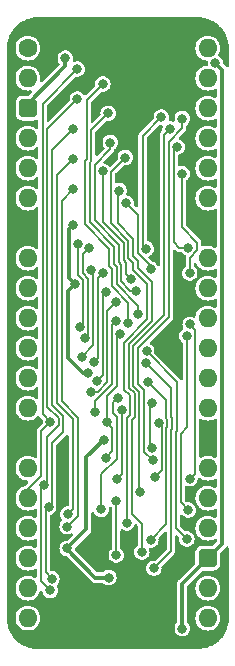
<source format=gbr>
%TF.GenerationSoftware,KiCad,Pcbnew,7.0.5*%
%TF.CreationDate,2024-01-22T19:42:54+02:00*%
%TF.ProjectId,Dual Comparator 8bit,4475616c-2043-46f6-9d70-617261746f72,rev?*%
%TF.SameCoordinates,Original*%
%TF.FileFunction,Copper,L2,Bot*%
%TF.FilePolarity,Positive*%
%FSLAX46Y46*%
G04 Gerber Fmt 4.6, Leading zero omitted, Abs format (unit mm)*
G04 Created by KiCad (PCBNEW 7.0.5) date 2024-01-22 19:42:54*
%MOMM*%
%LPD*%
G01*
G04 APERTURE LIST*
G04 Aperture macros list*
%AMRoundRect*
0 Rectangle with rounded corners*
0 $1 Rounding radius*
0 $2 $3 $4 $5 $6 $7 $8 $9 X,Y pos of 4 corners*
0 Add a 4 corners polygon primitive as box body*
4,1,4,$2,$3,$4,$5,$6,$7,$8,$9,$2,$3,0*
0 Add four circle primitives for the rounded corners*
1,1,$1+$1,$2,$3*
1,1,$1+$1,$4,$5*
1,1,$1+$1,$6,$7*
1,1,$1+$1,$8,$9*
0 Add four rect primitives between the rounded corners*
20,1,$1+$1,$2,$3,$4,$5,0*
20,1,$1+$1,$4,$5,$6,$7,0*
20,1,$1+$1,$6,$7,$8,$9,0*
20,1,$1+$1,$8,$9,$2,$3,0*%
G04 Aperture macros list end*
%TA.AperFunction,ComponentPad*%
%ADD10C,1.600000*%
%TD*%
%TA.AperFunction,ComponentPad*%
%ADD11O,1.600000X1.600000*%
%TD*%
%TA.AperFunction,ComponentPad*%
%ADD12RoundRect,0.400000X-0.400000X-0.400000X0.400000X-0.400000X0.400000X0.400000X-0.400000X0.400000X0*%
%TD*%
%TA.AperFunction,ComponentPad*%
%ADD13R,1.600000X1.600000*%
%TD*%
%TA.AperFunction,ViaPad*%
%ADD14C,0.800000*%
%TD*%
%TA.AperFunction,Conductor*%
%ADD15C,0.380000*%
%TD*%
%TA.AperFunction,Conductor*%
%ADD16C,0.350000*%
%TD*%
%TA.AperFunction,Conductor*%
%ADD17C,0.200000*%
%TD*%
G04 APERTURE END LIST*
D10*
%TO.P,J2,1,Pin_1*%
%TO.N,unconnected-(J2-Pin_1-Pad1)*%
X88900000Y-58420000D03*
D11*
%TO.P,J2,2,Pin_2*%
%TO.N,unconnected-(J2-Pin_2-Pad2)*%
X88900000Y-60960000D03*
D12*
%TO.P,J2,3,Pin_3*%
%TO.N,/5V*%
X88900000Y-63500000D03*
D11*
%TO.P,J2,4,Pin_4*%
%TO.N,unconnected-(J2-Pin_4-Pad4)*%
X88900000Y-66040000D03*
%TO.P,J2,5,Pin_5*%
%TO.N,unconnected-(J2-Pin_5-Pad5)*%
X88900000Y-68580000D03*
%TO.P,J2,6,Pin_6*%
%TO.N,/D7*%
X88900000Y-71120000D03*
D13*
%TO.P,J2,7,Pin_7*%
%TO.N,/GND*%
X88900000Y-73660000D03*
D11*
%TO.P,J2,8,Pin_8*%
%TO.N,/D6*%
X88900000Y-76200000D03*
%TO.P,J2,9,Pin_9*%
%TO.N,/D5*%
X88900000Y-78740000D03*
%TO.P,J2,10,Pin_10*%
%TO.N,/D4*%
X88900000Y-81280000D03*
%TO.P,J2,11,Pin_11*%
%TO.N,/D3*%
X88900000Y-83820000D03*
%TO.P,J2,12,Pin_12*%
%TO.N,/D2*%
X88900000Y-86360000D03*
%TO.P,J2,13,Pin_13*%
%TO.N,/D1*%
X88900000Y-88900000D03*
D13*
%TO.P,J2,14,Pin_14*%
%TO.N,/GND*%
X88900000Y-91440000D03*
D11*
%TO.P,J2,15,Pin_15*%
%TO.N,/D0*%
X88900000Y-93980000D03*
%TO.P,J2,16,Pin_16*%
%TO.N,/~{OE}*%
X88900000Y-96520000D03*
%TO.P,J2,17,Pin_17*%
%TO.N,unconnected-(J2-Pin_17-Pad17)*%
X88900000Y-99060000D03*
%TO.P,J2,18,Pin_18*%
%TO.N,unconnected-(J2-Pin_18-Pad18)*%
X88900000Y-101600000D03*
%TO.P,J2,19,Pin_19*%
%TO.N,unconnected-(J2-Pin_19-Pad19)*%
X88900000Y-104140000D03*
%TO.P,J2,20,Pin_20*%
%TO.N,unconnected-(J2-Pin_20-Pad20)*%
X88900000Y-106680000D03*
%TO.P,J2,21,Pin_21*%
%TO.N,/C0*%
X104140000Y-106680000D03*
%TO.P,J2,22,Pin_22*%
%TO.N,/C1*%
X104140000Y-104140000D03*
D12*
%TO.P,J2,23,Pin_23*%
%TO.N,/5V*%
X104140000Y-101600000D03*
D11*
%TO.P,J2,24,Pin_24*%
%TO.N,/C2*%
X104140000Y-99060000D03*
%TO.P,J2,25,Pin_25*%
%TO.N,/C3*%
X104140000Y-96520000D03*
%TO.P,J2,26,Pin_26*%
%TO.N,/Write A*%
X104140000Y-93980000D03*
D13*
%TO.P,J2,27,Pin_27*%
%TO.N,/GND*%
X104140000Y-91440000D03*
D11*
%TO.P,J2,28,Pin_28*%
%TO.N,/~{A=C}*%
X104140000Y-88900000D03*
%TO.P,J2,29,Pin_29*%
%TO.N,unconnected-(J2-Pin_29-Pad29)*%
X104140000Y-86360000D03*
%TO.P,J2,30,Pin_30*%
%TO.N,unconnected-(J2-Pin_30-Pad30)*%
X104140000Y-83820000D03*
%TO.P,J2,31,Pin_31*%
%TO.N,unconnected-(J2-Pin_31-Pad31)*%
X104140000Y-81280000D03*
%TO.P,J2,32,Pin_32*%
%TO.N,unconnected-(J2-Pin_32-Pad32)*%
X104140000Y-78740000D03*
%TO.P,J2,33,Pin_33*%
%TO.N,/Write B*%
X104140000Y-76200000D03*
D13*
%TO.P,J2,34,Pin_34*%
%TO.N,/GND*%
X104140000Y-73660000D03*
D11*
%TO.P,J2,35,Pin_35*%
%TO.N,/C4*%
X104140000Y-71120000D03*
%TO.P,J2,36,Pin_36*%
%TO.N,/C5*%
X104140000Y-68580000D03*
%TO.P,J2,37,Pin_37*%
%TO.N,/C6*%
X104140000Y-66040000D03*
%TO.P,J2,38,Pin_38*%
%TO.N,/C7*%
X104140000Y-63500000D03*
%TO.P,J2,39,Pin_39*%
%TO.N,/~{B=C}*%
X104140000Y-60960000D03*
%TO.P,J2,40,Pin_40*%
%TO.N,unconnected-(J2-Pin_40-Pad40)*%
X104140000Y-58420000D03*
%TD*%
D14*
%TO.N,/5V*%
X95336015Y-91574987D03*
X101981000Y-107569000D03*
X92075000Y-59273498D03*
X92230250Y-100780818D03*
X104774984Y-59690000D03*
X95758000Y-103250998D03*
%TO.N,/GND*%
X99426165Y-74532053D03*
X102489000Y-58674000D03*
X91821000Y-93726000D03*
X99405468Y-72552502D03*
X91887225Y-102670010D03*
X91694000Y-107569000D03*
X102616000Y-62357000D03*
X91564125Y-105255000D03*
%TO.N,/3.3V*%
X93980000Y-85917000D03*
X92908483Y-78427672D03*
X92757836Y-73357178D03*
%TO.N,/C3*%
X92229799Y-98934749D03*
X92756014Y-70358000D03*
X96393000Y-101346000D03*
X96393000Y-96774000D03*
%TO.N,/C2*%
X92710000Y-67818000D03*
X92293298Y-97881298D03*
%TO.N,/C1*%
X92710000Y-65278000D03*
X90700002Y-97282000D03*
X90942386Y-103347538D03*
%TO.N,/C0*%
X90794606Y-104336561D03*
X93091000Y-62738000D03*
X90251475Y-95396475D03*
%TO.N,/C7*%
X99475328Y-93328415D03*
X101981000Y-64389000D03*
%TO.N,/C6*%
X100941964Y-65254978D03*
X98425000Y-96012000D03*
%TO.N,/C5*%
X97155000Y-67691000D03*
X97282000Y-98617292D03*
%TO.N,/C4*%
X98552000Y-101092000D03*
X96647000Y-70485000D03*
%TO.N,/D0*%
X95570784Y-90115242D03*
X95504000Y-93094000D03*
X96745003Y-82650918D03*
%TO.N,/D1*%
X94615000Y-89215984D03*
X96345003Y-81534615D03*
%TO.N,/D2*%
X94234000Y-87503000D03*
X96362391Y-79929888D03*
%TO.N,/D3*%
X95540029Y-79107526D03*
X94753120Y-86613264D03*
%TO.N,/D4*%
X95247618Y-77451037D03*
X94531926Y-84963000D03*
%TO.N,/D5*%
X93473997Y-84545239D03*
X94277473Y-77208500D03*
%TO.N,/D6*%
X94107000Y-75311000D03*
X93722691Y-82965239D03*
%TO.N,/D7*%
X93146671Y-75032122D03*
X93308483Y-82042010D03*
%TO.N,/~{OE}*%
X93091006Y-60198000D03*
X90804994Y-90043000D03*
%TO.N,/A0*%
X99438119Y-88501747D03*
X99453432Y-92316568D03*
%TO.N,/A1*%
X96836000Y-89033402D03*
X96420947Y-94893611D03*
%TO.N,/A2*%
X96520000Y-88010992D03*
X95123000Y-97474000D03*
%TO.N,/A3*%
X99078507Y-86684084D03*
X99314000Y-100076000D03*
%TO.N,/A4*%
X98938864Y-85104084D03*
X99568000Y-102461000D03*
%TO.N,/A5*%
X102369840Y-99975755D03*
X98968360Y-84104517D03*
%TO.N,/A6*%
X102489000Y-97536000D03*
X102378793Y-82786981D03*
%TO.N,/A7*%
X102615996Y-94869000D03*
X102641287Y-81822045D03*
%TO.N,/B0*%
X95250000Y-61468000D03*
X97409000Y-81661000D03*
%TO.N,/B1*%
X95703998Y-63941773D03*
X98238963Y-80949770D03*
%TO.N,/B2*%
X98033454Y-78954494D03*
X95885000Y-66421000D03*
%TO.N,/B3*%
X95250000Y-68834000D03*
X97650487Y-78001215D03*
%TO.N,/B4*%
X97254162Y-71568525D03*
X99298696Y-77110300D03*
%TO.N,/B5*%
X102612928Y-77473072D03*
X101957000Y-69057213D03*
%TO.N,/B6*%
X101557000Y-66791490D03*
X102486207Y-75308207D03*
%TO.N,/B7*%
X98939041Y-75405388D03*
X100203000Y-64262000D03*
%TO.N,/Write A*%
X100024701Y-90179612D03*
X99633000Y-94728689D03*
%TD*%
D15*
%TO.N,/5V*%
X95758000Y-103250998D02*
X94614998Y-103250998D01*
D16*
X88900000Y-63119000D02*
X92075000Y-59944000D01*
D15*
X105330000Y-60245016D02*
X104774984Y-59690000D01*
X104140000Y-101600000D02*
X105330000Y-100410000D01*
X94614998Y-103250998D02*
X92230250Y-100866250D01*
X93853000Y-99158068D02*
X93853000Y-93058002D01*
X92230250Y-100866250D02*
X92230250Y-100780818D01*
X101981000Y-103759000D02*
X101981000Y-107569000D01*
D16*
X92075000Y-59944000D02*
X92075000Y-59273498D01*
D15*
X93853000Y-93058002D02*
X95336015Y-91574987D01*
X104140000Y-101600000D02*
X101981000Y-103759000D01*
X105330000Y-100410000D02*
X105330000Y-60245016D01*
X92230250Y-100780818D02*
X93853000Y-99158068D01*
%TO.N,/GND*%
X100965000Y-57150000D02*
X102489000Y-58674000D01*
X92230000Y-103012785D02*
X92230000Y-104589125D01*
X91564125Y-107439125D02*
X91564125Y-105255000D01*
X87710000Y-92675616D02*
X87710000Y-107172915D01*
X88487085Y-57150000D02*
X100965000Y-57150000D01*
X88900000Y-91440000D02*
X87687192Y-92652808D01*
X88900000Y-73660000D02*
X87710000Y-72470000D01*
X91694000Y-107569000D02*
X91564125Y-107439125D01*
X91490000Y-94057000D02*
X91821000Y-93726000D01*
X91490000Y-97609229D02*
X91490000Y-94057000D01*
D16*
X99405468Y-74511356D02*
X99426165Y-74532053D01*
X102616000Y-62357000D02*
X102616000Y-58801000D01*
D15*
X91059000Y-98040229D02*
X91490000Y-97609229D01*
D16*
X102616000Y-58801000D02*
X102489000Y-58674000D01*
D15*
X88900000Y-73660000D02*
X87710000Y-74850000D01*
X87710000Y-107172915D02*
X88407085Y-107870000D01*
X91887225Y-102670010D02*
X91059000Y-101841785D01*
X91887225Y-102670010D02*
X92230000Y-103012785D01*
X87710000Y-57927085D02*
X88487085Y-57150000D01*
X91393000Y-107870000D02*
X91694000Y-107569000D01*
X87710000Y-90250000D02*
X88900000Y-91440000D01*
X91059000Y-101841785D02*
X91059000Y-98040229D01*
X92230000Y-104589125D02*
X91564125Y-105255000D01*
X87687192Y-92652808D02*
X87710000Y-92675616D01*
X87710000Y-74850000D02*
X87710000Y-90250000D01*
X88407085Y-107870000D02*
X91393000Y-107870000D01*
D16*
X99405468Y-72552502D02*
X99405468Y-74511356D01*
D15*
X87710000Y-72470000D02*
X87710000Y-57927085D01*
%TO.N,/3.3V*%
X92311968Y-79024187D02*
X92311968Y-84691968D01*
D16*
X92371671Y-77890860D02*
X92371671Y-73743343D01*
D15*
X92311968Y-84691968D02*
X93537000Y-85917000D01*
D16*
X92908483Y-78427672D02*
X92371671Y-77890860D01*
X92371671Y-73743343D02*
X92757836Y-73357178D01*
D15*
X92908483Y-78427672D02*
X92311968Y-79024187D01*
X93537000Y-85917000D02*
X93980000Y-85917000D01*
D17*
%TO.N,/C3*%
X91756000Y-71358014D02*
X91756000Y-88306995D01*
X91756000Y-88306995D02*
X93156000Y-89706995D01*
X92756014Y-70358000D02*
X91756000Y-71358014D01*
X93156000Y-98008548D02*
X92229799Y-98934749D01*
X93156000Y-89706995D02*
X93156000Y-98008548D01*
X96393000Y-101346000D02*
X96393000Y-96774000D01*
%TO.N,/C2*%
X92710000Y-97464596D02*
X92293298Y-97881298D01*
X92710000Y-89826681D02*
X92710000Y-97464596D01*
X91356000Y-88472681D02*
X92710000Y-89826681D01*
X92710000Y-67818000D02*
X91356000Y-69172000D01*
X91356000Y-69172000D02*
X91356000Y-88472681D01*
%TO.N,/C1*%
X90951475Y-97030527D02*
X90700002Y-97282000D01*
X90956001Y-88638368D02*
X91905000Y-89587367D01*
X91905000Y-89587367D02*
X91905000Y-90932000D01*
X90942386Y-103347538D02*
X90400001Y-102805153D01*
X91905000Y-90932000D02*
X90951475Y-91885525D01*
X90951475Y-91885525D02*
X90951475Y-97030527D01*
X90400001Y-102805153D02*
X90400001Y-97582001D01*
X90400001Y-97582001D02*
X90700002Y-97282000D01*
X92710000Y-65278000D02*
X90956001Y-67031999D01*
X90956001Y-67031999D02*
X90956001Y-88638368D01*
%TO.N,/C0*%
X90486000Y-95161950D02*
X90251475Y-95396475D01*
X91505000Y-89753053D02*
X91505000Y-90359000D01*
X90794606Y-104336561D02*
X90000000Y-103541955D01*
X90000000Y-95647950D02*
X90251475Y-95396475D01*
X91505000Y-90359000D02*
X90486000Y-91378000D01*
X90486000Y-91378000D02*
X90486000Y-95161950D01*
X90556002Y-88804055D02*
X91505000Y-89753053D01*
X93091000Y-62738000D02*
X90556002Y-65272998D01*
X90000000Y-103541955D02*
X90000000Y-95647950D01*
X90556002Y-65272998D02*
X90556002Y-88804055D01*
%TO.N,/C7*%
X99475328Y-93328415D02*
X98736000Y-92589087D01*
X98239281Y-83843646D02*
X100857000Y-81225927D01*
X100857000Y-66329893D02*
X101981000Y-65205893D01*
X98239281Y-86834808D02*
X98239281Y-83843646D01*
X98736000Y-92589087D02*
X98736000Y-87331527D01*
X101981000Y-65205893D02*
X101981000Y-64389000D01*
X98736000Y-87331527D02*
X98239281Y-86834808D01*
X100857000Y-81225927D02*
X100857000Y-66329893D01*
%TO.N,/C6*%
X100941964Y-65254978D02*
X100457000Y-65739942D01*
X100457000Y-81060242D02*
X97839281Y-83677961D01*
X98336000Y-87497213D02*
X98336000Y-95923000D01*
X100457000Y-65739942D02*
X100457000Y-81060242D01*
X98336000Y-95923000D02*
X98425000Y-96012000D01*
X97839281Y-87000494D02*
X98336000Y-87497213D01*
X97839281Y-83677961D02*
X97839281Y-87000494D01*
%TO.N,/C5*%
X97155000Y-67691000D02*
X95947000Y-68899000D01*
X95947000Y-73263309D02*
X97413511Y-74729820D01*
X97282000Y-89762950D02*
X97282000Y-98617292D01*
X97413511Y-76227771D02*
X97816780Y-76631040D01*
X97039280Y-83346591D02*
X97039280Y-87331864D01*
X97816780Y-77177558D02*
X98350487Y-77711265D01*
X98999001Y-81386870D02*
X97039280Y-83346591D01*
X98350487Y-77711265D02*
X98350487Y-77739266D01*
X97536000Y-89508950D02*
X97282000Y-89762950D01*
X97536000Y-87828584D02*
X97536000Y-89508950D01*
X95947000Y-68899000D02*
X95947000Y-73263309D01*
X97039280Y-87331864D02*
X97536000Y-87828584D01*
X98350487Y-77739266D02*
X98999001Y-78387780D01*
X98999001Y-78387780D02*
X98999001Y-81386870D01*
X97413511Y-74729820D02*
X97413511Y-76227771D01*
X97816780Y-76631040D02*
X97816780Y-77177558D01*
%TO.N,/C4*%
X96517000Y-73267623D02*
X96517000Y-70615000D01*
X97717890Y-89892746D02*
X97936000Y-89674635D01*
X97936000Y-89674635D02*
X97936000Y-87662899D01*
X96517000Y-70615000D02*
X96647000Y-70485000D01*
X98552000Y-98679000D02*
X97717890Y-97844890D01*
X97439281Y-83512276D02*
X99399001Y-81552556D01*
X97813511Y-74564134D02*
X96517000Y-73267623D01*
X97439281Y-87166180D02*
X97439281Y-83512276D01*
X97936000Y-87662899D02*
X97439281Y-87166180D01*
X99399001Y-81552556D02*
X99399001Y-78222094D01*
X97813511Y-76050455D02*
X97813511Y-74564134D01*
X98216780Y-76453724D02*
X97813511Y-76050455D01*
X99399001Y-78222094D02*
X98750487Y-77573580D01*
X98750487Y-77545579D02*
X98216780Y-77011873D01*
X97717890Y-97844890D02*
X97717890Y-89892746D01*
X98216780Y-77011873D02*
X98216780Y-76453724D01*
X98750487Y-77573580D02*
X98750487Y-77545579D01*
X98552000Y-101092000D02*
X98552000Y-98679000D01*
%TO.N,/D0*%
X96445003Y-82950918D02*
X96745003Y-82650918D01*
X95504000Y-93094000D02*
X96044000Y-92554000D01*
X95570784Y-87916920D02*
X96445003Y-87042701D01*
X96044000Y-90588458D02*
X95570784Y-90115242D01*
X95570784Y-90115242D02*
X95570784Y-87916920D01*
X96044000Y-92554000D02*
X96044000Y-90588458D01*
X96445003Y-87042701D02*
X96445003Y-82950918D01*
%TO.N,/D1*%
X96045002Y-81834616D02*
X96345003Y-81534615D01*
X94615000Y-88307019D02*
X96045002Y-86877017D01*
X96045002Y-86877017D02*
X96045002Y-81834616D01*
X94615000Y-89215984D02*
X94615000Y-88307019D01*
%TO.N,/D2*%
X95644990Y-80647289D02*
X95644990Y-86711344D01*
X95644990Y-86711344D02*
X94853334Y-87503000D01*
X94853334Y-87503000D02*
X94234000Y-87503000D01*
X96362391Y-79929888D02*
X95644990Y-80647289D01*
%TO.N,/D3*%
X95540029Y-79107526D02*
X95244990Y-79402565D01*
X95244990Y-86121394D02*
X94753120Y-86613264D01*
X95244990Y-79402565D02*
X95244990Y-86121394D01*
%TO.N,/D4*%
X95247618Y-77451037D02*
X94828208Y-77870447D01*
X94828208Y-84666718D02*
X94531926Y-84963000D01*
X94828208Y-77870447D02*
X94828208Y-84666718D01*
%TO.N,/D5*%
X94422691Y-77353718D02*
X94422691Y-83596545D01*
X94277473Y-77208500D02*
X94422691Y-77353718D01*
X94422691Y-83596545D02*
X93473997Y-84545239D01*
%TO.N,/D6*%
X93575949Y-77496926D02*
X94008483Y-77929461D01*
X93575949Y-75842051D02*
X93575949Y-77496926D01*
X94107000Y-75311000D02*
X93575949Y-75842051D01*
X94008483Y-82679447D02*
X93722691Y-82965239D01*
X94008483Y-77929461D02*
X94008483Y-82679447D01*
%TO.N,/D7*%
X93146671Y-75032122D02*
X93146671Y-77633334D01*
X93146671Y-77633334D02*
X93608483Y-78095146D01*
X93608483Y-81742010D02*
X93308483Y-82042010D01*
X93608483Y-78095146D02*
X93608483Y-81742010D01*
%TO.N,/~{OE}*%
X90804994Y-90043000D02*
X90155997Y-89394003D01*
X90155997Y-89394003D02*
X90155997Y-63133009D01*
X88900000Y-96520000D02*
X88900000Y-95758000D01*
X90043000Y-90804994D02*
X90804994Y-90043000D01*
X90155997Y-63133009D02*
X93091006Y-60198000D01*
X88900000Y-95758000D02*
X90043000Y-94615000D01*
X90043000Y-94615000D02*
X90043000Y-90804994D01*
%TO.N,/A0*%
X99453432Y-92316568D02*
X99265266Y-92128402D01*
X99265266Y-88674600D02*
X99438119Y-88501747D01*
X99265266Y-92128402D02*
X99265266Y-88674600D01*
%TO.N,/A1*%
X96844000Y-89041402D02*
X96836000Y-89033402D01*
X96844000Y-94470558D02*
X96844000Y-89041402D01*
X96420947Y-94893611D02*
X96844000Y-94470558D01*
%TO.N,/A2*%
X96136000Y-88394992D02*
X96520000Y-88010992D01*
X96136000Y-89323352D02*
X96136000Y-88394992D01*
X96444000Y-93193050D02*
X96444000Y-89631352D01*
X95123000Y-94514050D02*
X96444000Y-93193050D01*
X96444000Y-89631352D02*
X96136000Y-89323352D01*
X95123000Y-97474000D02*
X95123000Y-94514050D01*
%TO.N,/A3*%
X100635000Y-89780874D02*
X100635000Y-88240577D01*
X100724701Y-89870575D02*
X100635000Y-89780874D01*
X100724701Y-90469562D02*
X100724701Y-89870575D01*
X99314000Y-100076000D02*
X100635000Y-98755000D01*
X100635000Y-88240577D02*
X99078507Y-86684084D01*
X100635000Y-98755000D02*
X100635000Y-90559263D01*
X100635000Y-90559263D02*
X100724701Y-90469562D01*
%TO.N,/A4*%
X101124701Y-90635247D02*
X101124701Y-89704890D01*
X101124701Y-89704890D02*
X101035000Y-89615189D01*
X101035000Y-100994000D02*
X101035000Y-90724949D01*
X99568000Y-102461000D02*
X101035000Y-100994000D01*
X101035000Y-89615189D02*
X101035000Y-87200220D01*
X101035000Y-90724949D02*
X101124701Y-90635247D01*
X101035000Y-87200220D02*
X98938864Y-85104084D01*
%TO.N,/A5*%
X101524701Y-86660858D02*
X98968360Y-84104517D01*
X101435000Y-90890632D02*
X101524701Y-90800930D01*
X102369840Y-99975755D02*
X101435000Y-99040915D01*
X101435000Y-99040915D02*
X101435000Y-90890632D01*
X101524701Y-90800930D02*
X101524701Y-86660858D01*
%TO.N,/A6*%
X102489000Y-97536000D02*
X101835000Y-96882000D01*
X102378793Y-90512522D02*
X102378793Y-82786981D01*
X101835000Y-91056315D02*
X102378793Y-90512522D01*
X101835000Y-96882000D02*
X101835000Y-91056315D01*
%TO.N,/A7*%
X102615996Y-94869000D02*
X103040000Y-94444996D01*
X103078793Y-83076931D02*
X103078793Y-82259551D01*
X103040000Y-83115724D02*
X103078793Y-83076931D01*
X103040000Y-94444996D02*
X103040000Y-83115724D01*
X103078793Y-82259551D02*
X102641287Y-81822045D01*
%TO.N,/B0*%
X93750000Y-67958680D02*
X93750000Y-73329051D01*
X95809002Y-76886003D02*
X96012000Y-77089000D01*
X95809001Y-75388051D02*
X95809002Y-76886003D01*
X93877001Y-62840999D02*
X93877001Y-67831678D01*
X93750000Y-73329051D02*
X95809001Y-75388051D01*
X97409000Y-79986547D02*
X97409000Y-81661000D01*
X96012000Y-77089000D02*
X96012000Y-78589547D01*
X93877001Y-67831678D02*
X93750000Y-67958680D01*
X96012000Y-78589547D02*
X97409000Y-79986547D01*
X95250000Y-61468000D02*
X93877001Y-62840999D01*
%TO.N,/B1*%
X96412000Y-76923315D02*
X96412000Y-78423861D01*
X94277002Y-65368769D02*
X94277002Y-67997363D01*
X94150000Y-73163365D02*
X96209001Y-75222366D01*
X94150000Y-68124365D02*
X94150000Y-73163365D01*
X96209001Y-75222366D02*
X96209001Y-76720316D01*
X98238963Y-80250824D02*
X98238963Y-80949770D01*
X95703998Y-63941773D02*
X94277002Y-65368769D01*
X96209001Y-76720316D02*
X96412000Y-76923315D01*
X96412000Y-78423861D02*
X98238963Y-80250824D01*
X94277002Y-67997363D02*
X94150000Y-68124365D01*
%TO.N,/B2*%
X95885000Y-66955050D02*
X94550000Y-68290050D01*
X96609001Y-75056681D02*
X96609001Y-76554630D01*
X96812000Y-78180679D02*
X97585815Y-78954494D01*
X96812000Y-76757630D02*
X96812000Y-78180679D01*
X94550000Y-72997679D02*
X96609001Y-75056681D01*
X96609001Y-76554630D02*
X96812000Y-76757630D01*
X95885000Y-66421000D02*
X95885000Y-66955050D01*
X94550000Y-68290050D02*
X94550000Y-72997679D01*
X97585815Y-78954494D02*
X98033454Y-78954494D01*
%TO.N,/B3*%
X97212000Y-76591945D02*
X97212000Y-77562728D01*
X97013511Y-76393455D02*
X97212000Y-76591945D01*
X95250000Y-68834000D02*
X95250000Y-73131993D01*
X95250000Y-73131993D02*
X97013511Y-74895504D01*
X97013511Y-74895504D02*
X97013511Y-76393455D01*
X97212000Y-77562728D02*
X97650487Y-78001215D01*
%TO.N,/B4*%
X99298696Y-76861954D02*
X99298696Y-77110300D01*
X98213511Y-72527874D02*
X98213511Y-75776769D01*
X98213511Y-75776769D02*
X99298696Y-76861954D01*
X97254162Y-71568525D02*
X98213511Y-72527874D01*
%TO.N,/B5*%
X102612928Y-76171438D02*
X102612928Y-77473072D01*
X103251000Y-75533366D02*
X102612928Y-76171438D01*
X101957000Y-69057213D02*
X101957000Y-73601353D01*
X103251000Y-74895353D02*
X103251000Y-75533366D01*
X101957000Y-73601353D02*
X103251000Y-74895353D01*
%TO.N,/B6*%
X102486207Y-75308207D02*
X101724207Y-75308207D01*
X101257000Y-67091490D02*
X101557000Y-66791490D01*
X101724207Y-75308207D02*
X101257000Y-74841000D01*
X101257000Y-74841000D02*
X101257000Y-67091490D01*
%TO.N,/B7*%
X98613507Y-75079854D02*
X98613507Y-65851493D01*
X98613507Y-65851493D02*
X100203000Y-64262000D01*
X98939041Y-75405388D02*
X98613507Y-75079854D01*
%TO.N,/Write A*%
X100235000Y-90389911D02*
X100024701Y-90179612D01*
X100235000Y-94126689D02*
X100235000Y-90389911D01*
X99633000Y-94728689D02*
X100235000Y-94126689D01*
%TD*%
%TA.AperFunction,Conductor*%
%TO.N,/GND*%
G36*
X103305985Y-55806863D02*
G01*
X103420023Y-55813266D01*
X103600518Y-55824181D01*
X103607132Y-55824940D01*
X103746039Y-55848540D01*
X103900565Y-55876858D01*
X103906523Y-55878258D01*
X104045855Y-55918397D01*
X104047073Y-55918762D01*
X104192429Y-55964057D01*
X104197683Y-55965959D01*
X104333306Y-56022134D01*
X104334937Y-56022839D01*
X104387083Y-56046308D01*
X104472147Y-56084593D01*
X104476679Y-56086859D01*
X104605881Y-56158265D01*
X104607948Y-56159461D01*
X104608562Y-56159832D01*
X104735978Y-56236857D01*
X104739742Y-56239326D01*
X104860482Y-56324994D01*
X104862820Y-56326738D01*
X104980300Y-56418777D01*
X104983356Y-56421336D01*
X105093817Y-56520048D01*
X105096346Y-56522438D01*
X105201855Y-56627949D01*
X105204232Y-56630462D01*
X105302866Y-56740832D01*
X105305442Y-56743910D01*
X105397631Y-56861581D01*
X105399391Y-56863940D01*
X105484846Y-56984377D01*
X105487341Y-56988182D01*
X105564987Y-57116623D01*
X105566192Y-57118708D01*
X105637313Y-57247390D01*
X105639588Y-57251937D01*
X105701688Y-57389917D01*
X105702415Y-57391600D01*
X105713353Y-57418005D01*
X105758216Y-57526314D01*
X105760130Y-57531599D01*
X105805866Y-57678375D01*
X105806249Y-57679655D01*
X105845942Y-57817425D01*
X105847350Y-57823417D01*
X105876184Y-57980757D01*
X105899297Y-58116793D01*
X105900061Y-58123441D01*
X105911483Y-58312292D01*
X105917401Y-58417657D01*
X105917499Y-58421134D01*
X105917499Y-59914032D01*
X105897814Y-59981071D01*
X105845010Y-60026826D01*
X105775852Y-60036770D01*
X105712296Y-60007745D01*
X105693724Y-59987660D01*
X105688430Y-59980486D01*
X105688429Y-59980484D01*
X105688426Y-59980481D01*
X105688424Y-59980478D01*
X105648147Y-59940202D01*
X105646539Y-59938532D01*
X105607751Y-59896730D01*
X105600482Y-59890933D01*
X105601017Y-59890261D01*
X105588926Y-59880981D01*
X105464985Y-59757040D01*
X105431500Y-59695717D01*
X105429571Y-59684315D01*
X105411221Y-59533182D01*
X105355204Y-59385477D01*
X105265467Y-59255470D01*
X105147224Y-59150717D01*
X105147222Y-59150716D01*
X105147221Y-59150715D01*
X105096473Y-59124080D01*
X105046260Y-59075495D01*
X105030286Y-59007476D01*
X105044739Y-58955834D01*
X105115232Y-58823954D01*
X105175300Y-58625934D01*
X105195583Y-58420000D01*
X105175300Y-58214066D01*
X105115232Y-58016046D01*
X105017685Y-57833550D01*
X104904105Y-57695151D01*
X104886410Y-57673589D01*
X104768677Y-57576969D01*
X104726450Y-57542315D01*
X104543954Y-57444768D01*
X104345934Y-57384700D01*
X104345932Y-57384699D01*
X104345934Y-57384699D01*
X104140000Y-57364417D01*
X103934067Y-57384699D01*
X103736043Y-57444769D01*
X103625898Y-57503643D01*
X103553550Y-57542315D01*
X103553548Y-57542316D01*
X103553547Y-57542317D01*
X103393589Y-57673589D01*
X103270387Y-57823714D01*
X103262315Y-57833550D01*
X103259667Y-57838504D01*
X103164769Y-58016043D01*
X103104699Y-58214067D01*
X103084417Y-58420000D01*
X103104699Y-58625932D01*
X103115277Y-58660802D01*
X103164768Y-58823954D01*
X103262315Y-59006450D01*
X103262317Y-59006452D01*
X103393589Y-59166410D01*
X103490209Y-59245702D01*
X103553550Y-59297685D01*
X103736046Y-59395232D01*
X103934066Y-59455300D01*
X103934065Y-59455300D01*
X103944369Y-59456314D01*
X104019442Y-59463708D01*
X104084227Y-59489868D01*
X104124587Y-59546902D01*
X104130383Y-59602056D01*
X104119706Y-59689998D01*
X104119706Y-59690001D01*
X104130383Y-59777942D01*
X104118922Y-59846865D01*
X104072018Y-59898651D01*
X104019443Y-59916290D01*
X103934067Y-59924699D01*
X103758692Y-59977898D01*
X103750189Y-59980478D01*
X103736043Y-59984769D01*
X103638758Y-60036770D01*
X103553550Y-60082315D01*
X103553548Y-60082316D01*
X103553547Y-60082317D01*
X103393589Y-60213589D01*
X103262317Y-60373547D01*
X103164769Y-60556043D01*
X103104699Y-60754067D01*
X103084417Y-60960000D01*
X103104699Y-61165932D01*
X103132644Y-61258053D01*
X103164768Y-61363954D01*
X103262315Y-61546450D01*
X103262317Y-61546452D01*
X103393589Y-61706410D01*
X103490209Y-61785702D01*
X103553550Y-61837685D01*
X103736046Y-61935232D01*
X103934066Y-61995300D01*
X103934065Y-61995300D01*
X103952529Y-61997118D01*
X104140000Y-62015583D01*
X104345934Y-61995300D01*
X104543954Y-61935232D01*
X104707048Y-61848055D01*
X104775447Y-61833814D01*
X104840691Y-61858813D01*
X104882062Y-61915118D01*
X104889499Y-61957414D01*
X104889499Y-62502585D01*
X104869814Y-62569624D01*
X104817010Y-62615379D01*
X104747852Y-62625323D01*
X104707046Y-62611943D01*
X104543954Y-62524768D01*
X104345934Y-62464700D01*
X104345932Y-62464699D01*
X104345934Y-62464699D01*
X104140000Y-62444417D01*
X103934067Y-62464699D01*
X103736043Y-62524769D01*
X103652127Y-62569624D01*
X103553550Y-62622315D01*
X103553548Y-62622316D01*
X103553547Y-62622317D01*
X103393589Y-62753589D01*
X103262317Y-62913547D01*
X103164769Y-63096043D01*
X103104699Y-63294067D01*
X103095303Y-63389472D01*
X103084417Y-63500000D01*
X103086632Y-63522497D01*
X103104699Y-63705932D01*
X103126046Y-63776303D01*
X103164768Y-63903954D01*
X103262315Y-64086450D01*
X103262317Y-64086452D01*
X103393589Y-64246410D01*
X103476495Y-64314448D01*
X103553550Y-64377685D01*
X103736046Y-64475232D01*
X103934066Y-64535300D01*
X103934065Y-64535300D01*
X103952529Y-64537118D01*
X104140000Y-64555583D01*
X104345934Y-64535300D01*
X104543954Y-64475232D01*
X104707048Y-64388055D01*
X104775447Y-64373814D01*
X104840691Y-64398813D01*
X104882062Y-64455118D01*
X104889499Y-64497414D01*
X104889499Y-65042585D01*
X104869814Y-65109624D01*
X104817010Y-65155379D01*
X104747852Y-65165323D01*
X104707046Y-65151943D01*
X104543954Y-65064768D01*
X104345934Y-65004700D01*
X104345932Y-65004699D01*
X104345934Y-65004699D01*
X104140000Y-64984417D01*
X103934067Y-65004699D01*
X103736043Y-65064769D01*
X103630506Y-65121181D01*
X103553550Y-65162315D01*
X103553548Y-65162316D01*
X103553547Y-65162317D01*
X103393589Y-65293589D01*
X103262317Y-65453547D01*
X103262315Y-65453550D01*
X103232040Y-65510190D01*
X103164769Y-65636043D01*
X103104699Y-65834067D01*
X103090228Y-65980997D01*
X103084417Y-66040000D01*
X103086632Y-66062497D01*
X103104699Y-66245932D01*
X103104700Y-66245934D01*
X103164768Y-66443954D01*
X103262315Y-66626450D01*
X103262317Y-66626452D01*
X103393589Y-66786410D01*
X103475709Y-66853803D01*
X103553550Y-66917685D01*
X103736046Y-67015232D01*
X103934066Y-67075300D01*
X103934065Y-67075300D01*
X103952529Y-67077118D01*
X104140000Y-67095583D01*
X104345934Y-67075300D01*
X104543954Y-67015232D01*
X104707048Y-66928055D01*
X104775447Y-66913814D01*
X104840691Y-66938813D01*
X104882062Y-66995118D01*
X104889499Y-67037414D01*
X104889499Y-67582585D01*
X104869814Y-67649624D01*
X104817010Y-67695379D01*
X104747852Y-67705323D01*
X104707046Y-67691943D01*
X104543954Y-67604768D01*
X104345934Y-67544700D01*
X104345932Y-67544699D01*
X104345934Y-67544699D01*
X104140000Y-67524417D01*
X103934067Y-67544699D01*
X103736043Y-67604769D01*
X103652127Y-67649624D01*
X103553550Y-67702315D01*
X103553548Y-67702316D01*
X103553547Y-67702317D01*
X103393589Y-67833589D01*
X103262317Y-67993547D01*
X103262315Y-67993550D01*
X103261260Y-67995524D01*
X103164769Y-68176043D01*
X103104699Y-68374067D01*
X103084417Y-68579999D01*
X103104699Y-68785932D01*
X103104700Y-68785934D01*
X103164768Y-68983954D01*
X103262315Y-69166450D01*
X103262317Y-69166452D01*
X103393589Y-69326410D01*
X103475709Y-69393803D01*
X103553550Y-69457685D01*
X103736046Y-69555232D01*
X103934066Y-69615300D01*
X103934065Y-69615300D01*
X103952529Y-69617118D01*
X104140000Y-69635583D01*
X104345934Y-69615300D01*
X104543954Y-69555232D01*
X104707048Y-69468055D01*
X104775447Y-69453814D01*
X104840691Y-69478813D01*
X104882062Y-69535118D01*
X104889499Y-69577414D01*
X104889499Y-70122585D01*
X104869814Y-70189624D01*
X104817010Y-70235379D01*
X104747852Y-70245323D01*
X104707046Y-70231943D01*
X104543954Y-70144768D01*
X104345934Y-70084700D01*
X104345932Y-70084699D01*
X104345934Y-70084699D01*
X104140000Y-70064417D01*
X103934067Y-70084699D01*
X103736043Y-70144769D01*
X103652127Y-70189624D01*
X103553550Y-70242315D01*
X103553548Y-70242316D01*
X103553547Y-70242317D01*
X103393589Y-70373589D01*
X103262317Y-70533547D01*
X103164769Y-70716043D01*
X103164768Y-70716045D01*
X103164768Y-70716046D01*
X103157898Y-70738692D01*
X103104699Y-70914067D01*
X103084417Y-71120000D01*
X103104699Y-71325932D01*
X103104700Y-71325934D01*
X103164768Y-71523954D01*
X103262315Y-71706450D01*
X103262317Y-71706452D01*
X103393589Y-71866410D01*
X103440690Y-71905064D01*
X103553550Y-71997685D01*
X103736046Y-72095232D01*
X103934066Y-72155300D01*
X103934065Y-72155300D01*
X103952529Y-72157118D01*
X104140000Y-72175583D01*
X104345934Y-72155300D01*
X104543954Y-72095232D01*
X104707048Y-72008055D01*
X104775449Y-71993814D01*
X104840693Y-72018814D01*
X104882064Y-72075118D01*
X104889500Y-72117414D01*
X104889500Y-75202585D01*
X104869815Y-75269624D01*
X104817011Y-75315379D01*
X104747853Y-75325323D01*
X104707047Y-75311943D01*
X104543958Y-75224769D01*
X104397763Y-75180422D01*
X104345934Y-75164700D01*
X104345932Y-75164699D01*
X104345934Y-75164699D01*
X104140000Y-75144417D01*
X103934067Y-75164699D01*
X103761495Y-75217048D01*
X103691628Y-75217671D01*
X103632515Y-75180422D01*
X103602924Y-75117128D01*
X103601500Y-75098387D01*
X103601500Y-74944559D01*
X103604139Y-74919113D01*
X103606042Y-74910038D01*
X103603782Y-74891914D01*
X103601977Y-74877421D01*
X103601500Y-74869744D01*
X103601500Y-74866316D01*
X103601499Y-74866310D01*
X103601464Y-74866103D01*
X103598119Y-74846059D01*
X103597753Y-74843541D01*
X103596418Y-74832837D01*
X103591573Y-74793960D01*
X103591572Y-74793957D01*
X103589481Y-74786932D01*
X103587091Y-74779969D01*
X103563317Y-74736041D01*
X103562157Y-74733790D01*
X103545735Y-74700195D01*
X103540200Y-74688872D01*
X103535919Y-74682877D01*
X103531420Y-74677097D01*
X103531418Y-74677095D01*
X103494642Y-74643240D01*
X103492820Y-74641491D01*
X102343819Y-73492490D01*
X102310334Y-73431167D01*
X102307500Y-73404809D01*
X102307500Y-69671563D01*
X102327185Y-69604524D01*
X102349271Y-69578749D01*
X102447483Y-69491743D01*
X102537220Y-69361736D01*
X102593237Y-69214031D01*
X102612278Y-69057213D01*
X102593237Y-68900395D01*
X102537220Y-68752690D01*
X102447483Y-68622683D01*
X102329240Y-68517930D01*
X102329238Y-68517929D01*
X102329237Y-68517928D01*
X102189365Y-68444516D01*
X102035986Y-68406713D01*
X102035985Y-68406713D01*
X101878015Y-68406713D01*
X101773627Y-68432442D01*
X101761175Y-68435511D01*
X101691372Y-68432442D01*
X101634310Y-68392122D01*
X101608105Y-68327352D01*
X101607500Y-68315114D01*
X101607500Y-67546159D01*
X101627185Y-67479120D01*
X101679989Y-67433365D01*
X101701826Y-67425762D01*
X101789365Y-67404186D01*
X101823110Y-67386475D01*
X101929240Y-67330773D01*
X102047483Y-67226020D01*
X102137220Y-67096013D01*
X102193237Y-66948308D01*
X102212278Y-66791490D01*
X102193237Y-66634672D01*
X102137220Y-66486967D01*
X102047483Y-66356960D01*
X101929240Y-66252207D01*
X101929238Y-66252206D01*
X101929237Y-66252205D01*
X101789365Y-66178793D01*
X101773721Y-66174938D01*
X101713340Y-66139783D01*
X101681551Y-66077563D01*
X101688446Y-66008035D01*
X101715712Y-65966862D01*
X102194046Y-65488527D01*
X102213902Y-65472404D01*
X102221669Y-65467330D01*
X102241873Y-65441370D01*
X102246941Y-65435632D01*
X102249375Y-65433200D01*
X102261325Y-65416460D01*
X102262832Y-65414441D01*
X102293517Y-65375019D01*
X102293519Y-65375011D01*
X102297017Y-65368548D01*
X102300241Y-65361956D01*
X102307564Y-65337357D01*
X102314506Y-65314037D01*
X102315264Y-65311670D01*
X102331500Y-65264381D01*
X102331500Y-65264374D01*
X102332706Y-65257149D01*
X102333617Y-65249845D01*
X102331553Y-65199945D01*
X102331500Y-65197382D01*
X102331500Y-65109624D01*
X102331500Y-65003347D01*
X102351183Y-64936311D01*
X102373264Y-64910543D01*
X102471483Y-64823530D01*
X102561220Y-64693523D01*
X102617237Y-64545818D01*
X102636278Y-64389000D01*
X102620858Y-64261999D01*
X102617237Y-64232181D01*
X102569072Y-64105182D01*
X102561220Y-64084477D01*
X102471483Y-63954470D01*
X102353240Y-63849717D01*
X102353238Y-63849716D01*
X102353237Y-63849715D01*
X102213365Y-63776303D01*
X102059986Y-63738500D01*
X102059985Y-63738500D01*
X101902015Y-63738500D01*
X101902014Y-63738500D01*
X101748634Y-63776303D01*
X101608762Y-63849715D01*
X101490516Y-63954471D01*
X101400781Y-64084475D01*
X101400780Y-64084476D01*
X101344762Y-64232181D01*
X101325722Y-64388999D01*
X101325722Y-64389000D01*
X101340543Y-64511070D01*
X101329082Y-64579994D01*
X101282178Y-64631779D01*
X101214722Y-64649986D01*
X101181738Y-64643566D01*
X101181613Y-64644077D01*
X101020950Y-64604478D01*
X101020949Y-64604478D01*
X100948471Y-64604478D01*
X100881432Y-64584793D01*
X100835677Y-64531989D01*
X100825733Y-64462831D01*
X100832529Y-64436508D01*
X100839236Y-64418821D01*
X100839236Y-64418820D01*
X100839237Y-64418818D01*
X100858278Y-64262000D01*
X100854658Y-64232182D01*
X100839237Y-64105181D01*
X100808507Y-64024154D01*
X100783220Y-63957477D01*
X100693483Y-63827470D01*
X100575240Y-63722717D01*
X100575238Y-63722716D01*
X100575237Y-63722715D01*
X100435365Y-63649303D01*
X100281986Y-63611500D01*
X100281985Y-63611500D01*
X100124015Y-63611500D01*
X100124014Y-63611500D01*
X99970634Y-63649303D01*
X99830762Y-63722715D01*
X99712516Y-63827471D01*
X99622781Y-63957475D01*
X99622780Y-63957476D01*
X99566763Y-64105181D01*
X99547722Y-64262000D01*
X99557724Y-64344381D01*
X99546263Y-64413304D01*
X99522309Y-64447007D01*
X98400462Y-65568854D01*
X98380613Y-65584975D01*
X98372838Y-65590055D01*
X98352650Y-65615991D01*
X98347574Y-65621741D01*
X98345141Y-65624174D01*
X98345131Y-65624187D01*
X98333202Y-65640894D01*
X98331671Y-65642946D01*
X98300990Y-65682365D01*
X98297482Y-65688846D01*
X98294268Y-65695424D01*
X98294267Y-65695426D01*
X98294267Y-65695427D01*
X98289175Y-65712530D01*
X98280013Y-65743302D01*
X98279232Y-65745739D01*
X98263006Y-65793005D01*
X98261801Y-65800226D01*
X98260889Y-65807539D01*
X98262954Y-65857441D01*
X98263007Y-65860003D01*
X98263007Y-71782326D01*
X98243322Y-71849365D01*
X98190518Y-71895120D01*
X98121360Y-71905064D01*
X98057804Y-71876039D01*
X98051326Y-71870007D01*
X97934851Y-71753532D01*
X97901366Y-71692209D01*
X97899436Y-71650909D01*
X97909440Y-71568525D01*
X97890399Y-71411707D01*
X97834382Y-71264002D01*
X97744645Y-71133995D01*
X97626402Y-71029242D01*
X97626400Y-71029241D01*
X97626399Y-71029240D01*
X97486528Y-70955829D01*
X97327606Y-70916659D01*
X97267226Y-70881503D01*
X97235437Y-70819284D01*
X97241338Y-70752295D01*
X97283237Y-70641818D01*
X97302278Y-70485000D01*
X97298650Y-70455116D01*
X97283237Y-70328181D01*
X97250542Y-70241973D01*
X97227220Y-70180477D01*
X97137483Y-70050470D01*
X97019240Y-69945717D01*
X97019238Y-69945716D01*
X97019237Y-69945715D01*
X96879365Y-69872303D01*
X96725986Y-69834500D01*
X96725985Y-69834500D01*
X96568015Y-69834500D01*
X96463627Y-69860229D01*
X96451175Y-69863298D01*
X96381372Y-69860229D01*
X96324310Y-69819909D01*
X96298105Y-69755139D01*
X96297500Y-69742901D01*
X96297500Y-69095543D01*
X96317185Y-69028504D01*
X96333815Y-69007866D01*
X96965725Y-68375955D01*
X97027046Y-68342472D01*
X97068271Y-68343039D01*
X97068568Y-68340596D01*
X97076014Y-68341500D01*
X97076015Y-68341500D01*
X97233985Y-68341500D01*
X97387365Y-68303696D01*
X97404477Y-68294715D01*
X97527240Y-68230283D01*
X97645483Y-68125530D01*
X97735220Y-67995523D01*
X97791237Y-67847818D01*
X97810278Y-67691000D01*
X97806658Y-67661182D01*
X97791237Y-67534181D01*
X97750341Y-67426349D01*
X97735220Y-67386477D01*
X97645483Y-67256470D01*
X97527240Y-67151717D01*
X97527238Y-67151716D01*
X97527237Y-67151715D01*
X97387365Y-67078303D01*
X97233986Y-67040500D01*
X97233985Y-67040500D01*
X97076015Y-67040500D01*
X97076014Y-67040500D01*
X96922634Y-67078303D01*
X96782762Y-67151715D01*
X96664516Y-67256471D01*
X96574781Y-67386475D01*
X96574780Y-67386476D01*
X96518763Y-67534181D01*
X96499722Y-67691000D01*
X96509724Y-67773381D01*
X96498263Y-67842304D01*
X96474309Y-67876007D01*
X95931599Y-68418717D01*
X95870276Y-68452202D01*
X95800584Y-68447218D01*
X95744651Y-68405346D01*
X95741871Y-68401480D01*
X95740485Y-68399472D01*
X95740483Y-68399470D01*
X95622240Y-68294717D01*
X95622238Y-68294716D01*
X95622237Y-68294715D01*
X95482366Y-68221304D01*
X95400651Y-68201163D01*
X95340270Y-68166006D01*
X95308482Y-68103787D01*
X95315378Y-68034258D01*
X95342643Y-67993087D01*
X96098046Y-67237684D01*
X96117902Y-67221561D01*
X96125669Y-67216487D01*
X96145873Y-67190527D01*
X96150941Y-67184789D01*
X96153375Y-67182357D01*
X96165325Y-67165617D01*
X96166832Y-67163598D01*
X96168463Y-67161503D01*
X96197517Y-67124176D01*
X96197519Y-67124168D01*
X96201017Y-67117705D01*
X96204241Y-67111113D01*
X96208864Y-67095583D01*
X96218506Y-67063194D01*
X96219264Y-67060827D01*
X96235500Y-67013538D01*
X96235500Y-67013536D01*
X96238836Y-67003819D01*
X96240937Y-67004540D01*
X96265377Y-66954062D01*
X96275006Y-66944543D01*
X96375483Y-66855530D01*
X96465220Y-66725523D01*
X96521237Y-66577818D01*
X96540278Y-66421000D01*
X96521237Y-66264182D01*
X96516695Y-66252207D01*
X96499992Y-66208163D01*
X96465220Y-66116477D01*
X96375483Y-65986470D01*
X96257240Y-65881717D01*
X96257238Y-65881716D01*
X96257237Y-65881715D01*
X96117365Y-65808303D01*
X95963986Y-65770500D01*
X95963985Y-65770500D01*
X95806015Y-65770500D01*
X95806014Y-65770500D01*
X95652634Y-65808303D01*
X95512762Y-65881715D01*
X95394516Y-65986471D01*
X95304781Y-66116475D01*
X95304780Y-66116476D01*
X95248762Y-66264181D01*
X95229722Y-66420999D01*
X95229722Y-66421000D01*
X95248762Y-66577818D01*
X95304780Y-66725523D01*
X95304781Y-66725524D01*
X95374330Y-66826284D01*
X95396213Y-66892639D01*
X95378748Y-66960290D01*
X95359961Y-66984405D01*
X94839183Y-67505184D01*
X94777860Y-67538669D01*
X94708169Y-67533685D01*
X94652235Y-67491814D01*
X94627818Y-67426349D01*
X94627502Y-67417503D01*
X94627502Y-65565312D01*
X94647187Y-65498273D01*
X94663817Y-65477635D01*
X95514723Y-64626728D01*
X95576044Y-64593245D01*
X95617269Y-64593812D01*
X95617566Y-64591369D01*
X95625012Y-64592273D01*
X95625013Y-64592273D01*
X95782983Y-64592273D01*
X95936363Y-64554469D01*
X95972886Y-64535300D01*
X96076238Y-64481056D01*
X96194481Y-64376303D01*
X96284218Y-64246296D01*
X96340235Y-64098591D01*
X96359276Y-63941773D01*
X96348099Y-63849717D01*
X96340235Y-63784954D01*
X96316631Y-63722717D01*
X96284218Y-63637250D01*
X96194481Y-63507243D01*
X96076238Y-63402490D01*
X96076236Y-63402489D01*
X96076235Y-63402488D01*
X95936363Y-63329076D01*
X95782984Y-63291273D01*
X95782983Y-63291273D01*
X95625013Y-63291273D01*
X95625012Y-63291273D01*
X95471632Y-63329076D01*
X95331760Y-63402488D01*
X95213514Y-63507244D01*
X95123779Y-63637248D01*
X95123778Y-63637249D01*
X95067761Y-63784954D01*
X95048720Y-63941773D01*
X95058722Y-64024154D01*
X95047261Y-64093077D01*
X95023307Y-64126780D01*
X94439182Y-64710905D01*
X94377859Y-64744390D01*
X94308167Y-64739406D01*
X94252234Y-64697534D01*
X94227817Y-64632070D01*
X94227501Y-64623224D01*
X94227501Y-63037541D01*
X94247186Y-62970502D01*
X94263816Y-62949864D01*
X95060724Y-62152955D01*
X95122045Y-62119472D01*
X95163270Y-62120039D01*
X95163567Y-62117596D01*
X95171013Y-62118500D01*
X95171015Y-62118500D01*
X95328985Y-62118500D01*
X95482365Y-62080696D01*
X95529748Y-62055827D01*
X95622240Y-62007283D01*
X95740483Y-61902530D01*
X95830220Y-61772523D01*
X95886237Y-61624818D01*
X95905278Y-61468000D01*
X95886237Y-61311182D01*
X95830220Y-61163477D01*
X95740483Y-61033470D01*
X95622240Y-60928717D01*
X95622238Y-60928716D01*
X95622237Y-60928715D01*
X95482365Y-60855303D01*
X95328986Y-60817500D01*
X95328985Y-60817500D01*
X95171015Y-60817500D01*
X95171014Y-60817500D01*
X95017634Y-60855303D01*
X94877762Y-60928715D01*
X94759516Y-61033471D01*
X94669781Y-61163475D01*
X94669780Y-61163476D01*
X94613763Y-61311181D01*
X94594722Y-61468000D01*
X94604724Y-61550381D01*
X94593263Y-61619304D01*
X94569309Y-61653007D01*
X93824462Y-62397854D01*
X93763139Y-62431339D01*
X93693447Y-62426355D01*
X93637514Y-62384483D01*
X93634731Y-62380613D01*
X93620946Y-62360642D01*
X93581483Y-62303470D01*
X93463240Y-62198717D01*
X93463238Y-62198716D01*
X93463237Y-62198715D01*
X93323365Y-62125303D01*
X93169986Y-62087500D01*
X93169985Y-62087500D01*
X93012015Y-62087500D01*
X93012014Y-62087500D01*
X92858634Y-62125303D01*
X92718762Y-62198715D01*
X92600516Y-62303471D01*
X92510781Y-62433475D01*
X92510780Y-62433476D01*
X92454763Y-62581181D01*
X92435722Y-62738000D01*
X92445724Y-62820381D01*
X92434263Y-62889304D01*
X92410309Y-62923007D01*
X90718178Y-64615139D01*
X90656855Y-64648624D01*
X90587163Y-64643640D01*
X90531230Y-64601768D01*
X90506813Y-64536304D01*
X90506497Y-64527458D01*
X90506497Y-63329551D01*
X90526182Y-63262512D01*
X90542811Y-63241875D01*
X92901731Y-60882955D01*
X92963052Y-60849472D01*
X93004277Y-60850039D01*
X93004574Y-60847596D01*
X93012020Y-60848500D01*
X93012021Y-60848500D01*
X93169991Y-60848500D01*
X93323371Y-60810696D01*
X93323370Y-60810696D01*
X93463246Y-60737283D01*
X93581489Y-60632530D01*
X93671226Y-60502523D01*
X93727243Y-60354818D01*
X93746284Y-60198000D01*
X93736050Y-60113710D01*
X93727243Y-60041181D01*
X93688946Y-59940202D01*
X93671226Y-59893477D01*
X93581489Y-59763470D01*
X93463246Y-59658717D01*
X93463244Y-59658716D01*
X93463243Y-59658715D01*
X93323371Y-59585303D01*
X93169992Y-59547500D01*
X93169991Y-59547500D01*
X93012021Y-59547500D01*
X93012020Y-59547500D01*
X92860190Y-59584921D01*
X92790388Y-59581851D01*
X92733326Y-59541531D01*
X92707121Y-59476762D01*
X92710121Y-59434843D01*
X92711237Y-59430315D01*
X92716682Y-59385476D01*
X92730278Y-59273498D01*
X92711237Y-59116680D01*
X92655220Y-58968975D01*
X92565483Y-58838968D01*
X92447240Y-58734215D01*
X92447238Y-58734214D01*
X92447237Y-58734213D01*
X92307365Y-58660801D01*
X92153986Y-58622998D01*
X92153985Y-58622998D01*
X91996015Y-58622998D01*
X91996014Y-58622998D01*
X91842634Y-58660801D01*
X91702762Y-58734213D01*
X91702759Y-58734215D01*
X91702760Y-58734215D01*
X91601465Y-58823954D01*
X91584516Y-58838969D01*
X91494781Y-58968973D01*
X91494780Y-58968974D01*
X91438762Y-59116679D01*
X91419722Y-59273497D01*
X91419722Y-59273498D01*
X91438762Y-59430316D01*
X91477774Y-59533181D01*
X91494780Y-59578021D01*
X91499807Y-59585304D01*
X91576739Y-59696760D01*
X91598622Y-59763115D01*
X91581156Y-59830766D01*
X91562370Y-59854881D01*
X90145827Y-61271424D01*
X90084504Y-61304909D01*
X90014812Y-61299925D01*
X89958879Y-61258053D01*
X89934462Y-61192589D01*
X89934743Y-61171589D01*
X89935542Y-61163475D01*
X89955583Y-60960000D01*
X89935300Y-60754066D01*
X89875232Y-60556046D01*
X89777685Y-60373550D01*
X89711193Y-60292529D01*
X89646410Y-60213589D01*
X89524705Y-60113710D01*
X89486450Y-60082315D01*
X89316554Y-59991502D01*
X89303956Y-59984769D01*
X89303955Y-59984768D01*
X89303954Y-59984768D01*
X89105934Y-59924700D01*
X89105932Y-59924699D01*
X89105934Y-59924699D01*
X88918463Y-59906235D01*
X88900000Y-59904417D01*
X88899999Y-59904417D01*
X88694067Y-59924699D01*
X88518692Y-59977898D01*
X88510189Y-59980478D01*
X88496043Y-59984769D01*
X88398758Y-60036770D01*
X88313550Y-60082315D01*
X88313548Y-60082316D01*
X88313547Y-60082317D01*
X88153589Y-60213589D01*
X88022317Y-60373547D01*
X87924769Y-60556043D01*
X87864699Y-60754067D01*
X87844417Y-60960000D01*
X87864699Y-61165932D01*
X87892644Y-61258053D01*
X87924768Y-61363954D01*
X88022315Y-61546450D01*
X88022317Y-61546452D01*
X88153589Y-61706410D01*
X88250209Y-61785702D01*
X88313550Y-61837685D01*
X88496046Y-61935232D01*
X88694066Y-61995300D01*
X88694065Y-61995300D01*
X88714347Y-61997297D01*
X88900000Y-62015583D01*
X89105934Y-61995300D01*
X89105934Y-61995299D01*
X89111589Y-61994743D01*
X89180235Y-62007762D01*
X89230945Y-62055827D01*
X89247620Y-62123678D01*
X89224964Y-62189772D01*
X89211424Y-62205827D01*
X89004071Y-62413181D01*
X88942748Y-62446666D01*
X88916390Y-62449500D01*
X88434298Y-62449500D01*
X88397432Y-62452401D01*
X88397426Y-62452402D01*
X88239606Y-62498254D01*
X88239603Y-62498255D01*
X88098137Y-62581917D01*
X88098129Y-62581923D01*
X87981923Y-62698129D01*
X87981917Y-62698137D01*
X87898255Y-62839603D01*
X87898254Y-62839606D01*
X87852402Y-62997426D01*
X87852401Y-62997432D01*
X87849500Y-63034298D01*
X87849500Y-63965701D01*
X87852401Y-64002567D01*
X87852402Y-64002573D01*
X87898254Y-64160393D01*
X87898255Y-64160396D01*
X87981917Y-64301862D01*
X87981923Y-64301870D01*
X88098129Y-64418076D01*
X88098133Y-64418079D01*
X88098135Y-64418081D01*
X88239602Y-64501744D01*
X88271702Y-64511070D01*
X88397426Y-64547597D01*
X88397429Y-64547597D01*
X88397431Y-64547598D01*
X88434306Y-64550500D01*
X88434314Y-64550500D01*
X89365686Y-64550500D01*
X89365694Y-64550500D01*
X89402569Y-64547598D01*
X89402571Y-64547597D01*
X89402573Y-64547597D01*
X89456295Y-64531989D01*
X89560398Y-64501744D01*
X89618376Y-64467455D01*
X89686100Y-64450273D01*
X89752363Y-64472433D01*
X89796126Y-64526899D01*
X89805497Y-64574188D01*
X89805497Y-65161973D01*
X89785812Y-65229012D01*
X89733008Y-65274767D01*
X89663850Y-65284711D01*
X89602833Y-65257827D01*
X89530739Y-65198662D01*
X89486450Y-65162315D01*
X89303954Y-65064768D01*
X89105934Y-65004700D01*
X89105932Y-65004699D01*
X89105934Y-65004699D01*
X88900000Y-64984417D01*
X88694067Y-65004699D01*
X88496043Y-65064769D01*
X88390506Y-65121181D01*
X88313550Y-65162315D01*
X88313548Y-65162316D01*
X88313547Y-65162317D01*
X88153589Y-65293589D01*
X88022317Y-65453547D01*
X88022315Y-65453550D01*
X87992040Y-65510190D01*
X87924769Y-65636043D01*
X87864699Y-65834067D01*
X87844417Y-66040000D01*
X87864699Y-66245932D01*
X87864700Y-66245934D01*
X87924768Y-66443954D01*
X88022315Y-66626450D01*
X88022317Y-66626452D01*
X88153589Y-66786410D01*
X88235709Y-66853803D01*
X88313550Y-66917685D01*
X88496046Y-67015232D01*
X88694066Y-67075300D01*
X88694065Y-67075300D01*
X88714348Y-67077297D01*
X88900000Y-67095583D01*
X89105934Y-67075300D01*
X89303954Y-67015232D01*
X89486450Y-66917685D01*
X89602832Y-66822172D01*
X89667142Y-66794860D01*
X89736010Y-66806651D01*
X89787570Y-66853803D01*
X89805497Y-66918026D01*
X89805497Y-67701973D01*
X89785812Y-67769012D01*
X89733008Y-67814767D01*
X89663850Y-67824711D01*
X89602833Y-67797827D01*
X89486452Y-67702317D01*
X89486453Y-67702317D01*
X89486450Y-67702315D01*
X89303954Y-67604768D01*
X89105934Y-67544700D01*
X89105932Y-67544699D01*
X89105934Y-67544699D01*
X88918463Y-67526235D01*
X88900000Y-67524417D01*
X88899999Y-67524417D01*
X88694067Y-67544699D01*
X88496043Y-67604769D01*
X88412127Y-67649624D01*
X88313550Y-67702315D01*
X88313548Y-67702316D01*
X88313547Y-67702317D01*
X88153589Y-67833589D01*
X88022317Y-67993547D01*
X88022315Y-67993550D01*
X88021260Y-67995524D01*
X87924769Y-68176043D01*
X87864699Y-68374067D01*
X87844417Y-68579999D01*
X87864699Y-68785932D01*
X87864700Y-68785934D01*
X87924768Y-68983954D01*
X88022315Y-69166450D01*
X88022317Y-69166452D01*
X88153589Y-69326410D01*
X88235709Y-69393803D01*
X88313550Y-69457685D01*
X88496046Y-69555232D01*
X88694066Y-69615300D01*
X88694065Y-69615300D01*
X88712529Y-69617118D01*
X88900000Y-69635583D01*
X89105934Y-69615300D01*
X89303954Y-69555232D01*
X89486450Y-69457685D01*
X89602832Y-69362172D01*
X89667142Y-69334860D01*
X89736010Y-69346651D01*
X89787570Y-69393803D01*
X89805497Y-69458026D01*
X89805497Y-70241973D01*
X89785812Y-70309012D01*
X89733008Y-70354767D01*
X89663850Y-70364711D01*
X89602833Y-70337827D01*
X89486452Y-70242317D01*
X89486453Y-70242317D01*
X89486450Y-70242315D01*
X89303954Y-70144768D01*
X89105934Y-70084700D01*
X89105932Y-70084699D01*
X89105934Y-70084699D01*
X88900000Y-70064417D01*
X88694067Y-70084699D01*
X88496043Y-70144769D01*
X88412127Y-70189624D01*
X88313550Y-70242315D01*
X88313548Y-70242316D01*
X88313547Y-70242317D01*
X88153589Y-70373589D01*
X88022317Y-70533547D01*
X87924769Y-70716043D01*
X87924768Y-70716045D01*
X87924768Y-70716046D01*
X87917898Y-70738692D01*
X87864699Y-70914067D01*
X87844417Y-71120000D01*
X87864699Y-71325932D01*
X87864700Y-71325934D01*
X87924768Y-71523954D01*
X88022315Y-71706450D01*
X88022317Y-71706452D01*
X88153589Y-71866410D01*
X88200690Y-71905064D01*
X88313550Y-71997685D01*
X88496046Y-72095232D01*
X88694066Y-72155300D01*
X88694065Y-72155300D01*
X88714347Y-72157297D01*
X88900000Y-72175583D01*
X89105934Y-72155300D01*
X89303954Y-72095232D01*
X89486450Y-71997685D01*
X89602832Y-71902172D01*
X89667142Y-71874860D01*
X89736010Y-71886651D01*
X89787570Y-71933803D01*
X89805497Y-71998026D01*
X89805497Y-75321973D01*
X89785812Y-75389012D01*
X89733008Y-75434767D01*
X89663850Y-75444711D01*
X89602833Y-75417827D01*
X89486452Y-75322317D01*
X89486453Y-75322317D01*
X89486450Y-75322315D01*
X89303954Y-75224768D01*
X89105934Y-75164700D01*
X89105932Y-75164699D01*
X89105934Y-75164699D01*
X88900000Y-75144417D01*
X88694067Y-75164699D01*
X88496043Y-75224769D01*
X88412127Y-75269624D01*
X88313550Y-75322315D01*
X88313548Y-75322316D01*
X88313547Y-75322317D01*
X88153589Y-75453589D01*
X88041612Y-75590036D01*
X88022315Y-75613550D01*
X88006851Y-75642481D01*
X87924769Y-75796043D01*
X87864699Y-75994067D01*
X87844417Y-76200000D01*
X87864699Y-76405932D01*
X87883156Y-76466776D01*
X87924768Y-76603954D01*
X88022315Y-76786450D01*
X88024719Y-76789379D01*
X88153589Y-76946410D01*
X88235709Y-77013803D01*
X88313550Y-77077685D01*
X88496046Y-77175232D01*
X88694066Y-77235300D01*
X88694065Y-77235300D01*
X88714348Y-77237297D01*
X88900000Y-77255583D01*
X89105934Y-77235300D01*
X89303954Y-77175232D01*
X89486450Y-77077685D01*
X89602832Y-76982172D01*
X89667142Y-76954860D01*
X89736010Y-76966651D01*
X89787570Y-77013803D01*
X89805497Y-77078026D01*
X89805497Y-77861973D01*
X89785812Y-77929012D01*
X89733008Y-77974767D01*
X89663850Y-77984711D01*
X89602833Y-77957827D01*
X89486452Y-77862317D01*
X89486453Y-77862317D01*
X89486450Y-77862315D01*
X89303954Y-77764768D01*
X89105934Y-77704700D01*
X89105932Y-77704699D01*
X89105934Y-77704699D01*
X88918463Y-77686235D01*
X88900000Y-77684417D01*
X88899999Y-77684417D01*
X88694067Y-77704699D01*
X88496043Y-77764769D01*
X88412127Y-77809624D01*
X88313550Y-77862315D01*
X88313548Y-77862316D01*
X88313547Y-77862317D01*
X88153589Y-77993589D01*
X88022317Y-78153547D01*
X88022315Y-78153550D01*
X88001198Y-78193057D01*
X87924769Y-78336043D01*
X87864699Y-78534067D01*
X87844417Y-78740000D01*
X87864699Y-78945932D01*
X87864700Y-78945934D01*
X87924768Y-79143954D01*
X88022315Y-79326450D01*
X88022317Y-79326452D01*
X88153589Y-79486410D01*
X88246683Y-79562809D01*
X88313550Y-79617685D01*
X88496046Y-79715232D01*
X88694066Y-79775300D01*
X88694065Y-79775300D01*
X88714347Y-79777297D01*
X88900000Y-79795583D01*
X89105934Y-79775300D01*
X89303954Y-79715232D01*
X89486450Y-79617685D01*
X89602832Y-79522172D01*
X89667142Y-79494860D01*
X89736010Y-79506651D01*
X89787570Y-79553803D01*
X89805497Y-79618026D01*
X89805497Y-80401973D01*
X89785812Y-80469012D01*
X89733008Y-80514767D01*
X89663850Y-80524711D01*
X89602833Y-80497827D01*
X89535482Y-80442554D01*
X89486450Y-80402315D01*
X89303954Y-80304768D01*
X89105934Y-80244700D01*
X89105932Y-80244699D01*
X89105934Y-80244699D01*
X88918463Y-80226235D01*
X88900000Y-80224417D01*
X88899999Y-80224417D01*
X88694067Y-80244699D01*
X88496043Y-80304769D01*
X88421876Y-80344413D01*
X88313550Y-80402315D01*
X88313548Y-80402316D01*
X88313547Y-80402317D01*
X88153589Y-80533589D01*
X88022317Y-80693547D01*
X87924769Y-80876043D01*
X87864699Y-81074067D01*
X87844417Y-81280000D01*
X87864699Y-81485932D01*
X87891439Y-81574081D01*
X87924768Y-81683954D01*
X88022315Y-81866450D01*
X88022317Y-81866452D01*
X88153589Y-82026410D01*
X88235709Y-82093803D01*
X88313550Y-82157685D01*
X88496046Y-82255232D01*
X88694066Y-82315300D01*
X88694065Y-82315300D01*
X88714347Y-82317297D01*
X88900000Y-82335583D01*
X89105934Y-82315300D01*
X89303954Y-82255232D01*
X89486450Y-82157685D01*
X89602832Y-82062172D01*
X89667142Y-82034860D01*
X89736010Y-82046651D01*
X89787570Y-82093803D01*
X89805497Y-82158026D01*
X89805497Y-82941973D01*
X89785812Y-83009012D01*
X89733008Y-83054767D01*
X89663850Y-83064711D01*
X89602833Y-83037827D01*
X89486452Y-82942317D01*
X89486453Y-82942317D01*
X89486450Y-82942315D01*
X89303954Y-82844768D01*
X89105934Y-82784700D01*
X89105932Y-82784699D01*
X89105934Y-82784699D01*
X88918463Y-82766235D01*
X88900000Y-82764417D01*
X88899999Y-82764417D01*
X88694067Y-82784699D01*
X88496043Y-82844769D01*
X88412127Y-82889624D01*
X88313550Y-82942315D01*
X88313548Y-82942316D01*
X88313547Y-82942317D01*
X88153589Y-83073589D01*
X88022317Y-83233547D01*
X87924769Y-83416043D01*
X87864699Y-83614067D01*
X87844417Y-83820000D01*
X87864699Y-84025932D01*
X87894734Y-84124944D01*
X87924768Y-84223954D01*
X88022315Y-84406450D01*
X88022317Y-84406452D01*
X88153589Y-84566410D01*
X88235709Y-84633803D01*
X88313550Y-84697685D01*
X88496046Y-84795232D01*
X88694066Y-84855300D01*
X88694065Y-84855300D01*
X88714347Y-84857297D01*
X88900000Y-84875583D01*
X89105934Y-84855300D01*
X89303954Y-84795232D01*
X89486450Y-84697685D01*
X89602832Y-84602172D01*
X89667142Y-84574860D01*
X89736010Y-84586651D01*
X89787570Y-84633803D01*
X89805497Y-84698026D01*
X89805497Y-85481973D01*
X89785812Y-85549012D01*
X89733008Y-85594767D01*
X89663850Y-85604711D01*
X89602833Y-85577827D01*
X89516969Y-85507361D01*
X89486450Y-85482315D01*
X89303954Y-85384768D01*
X89105934Y-85324700D01*
X89105932Y-85324699D01*
X89105934Y-85324699D01*
X88918463Y-85306235D01*
X88900000Y-85304417D01*
X88899999Y-85304417D01*
X88694067Y-85324699D01*
X88496043Y-85384769D01*
X88412127Y-85429624D01*
X88313550Y-85482315D01*
X88313548Y-85482316D01*
X88313547Y-85482317D01*
X88153589Y-85613589D01*
X88022317Y-85773547D01*
X88022315Y-85773550D01*
X88014035Y-85789041D01*
X87924769Y-85956043D01*
X87864699Y-86154067D01*
X87844417Y-86359999D01*
X87864699Y-86565932D01*
X87924769Y-86763956D01*
X87931502Y-86776554D01*
X88022315Y-86946450D01*
X88022317Y-86946452D01*
X88153589Y-87106410D01*
X88235709Y-87173803D01*
X88313550Y-87237685D01*
X88496046Y-87335232D01*
X88694066Y-87395300D01*
X88694065Y-87395300D01*
X88708930Y-87396764D01*
X88900000Y-87415583D01*
X89105934Y-87395300D01*
X89303954Y-87335232D01*
X89486450Y-87237685D01*
X89602832Y-87142172D01*
X89667142Y-87114860D01*
X89736010Y-87126651D01*
X89787570Y-87173803D01*
X89805497Y-87238026D01*
X89805497Y-88021973D01*
X89785812Y-88089012D01*
X89733008Y-88134767D01*
X89663850Y-88144711D01*
X89602833Y-88117827D01*
X89510781Y-88042283D01*
X89486450Y-88022315D01*
X89303954Y-87924768D01*
X89105934Y-87864700D01*
X89105932Y-87864699D01*
X89105934Y-87864699D01*
X88900000Y-87844417D01*
X88694067Y-87864699D01*
X88496043Y-87924769D01*
X88425522Y-87962464D01*
X88313550Y-88022315D01*
X88313548Y-88022316D01*
X88313547Y-88022317D01*
X88153589Y-88153589D01*
X88022794Y-88312966D01*
X88022315Y-88313550D01*
X87994503Y-88365582D01*
X87924769Y-88496043D01*
X87864699Y-88694067D01*
X87844417Y-88900000D01*
X87864699Y-89105932D01*
X87864700Y-89105934D01*
X87924768Y-89303954D01*
X88022315Y-89486450D01*
X88033857Y-89500514D01*
X88153589Y-89646410D01*
X88245304Y-89721677D01*
X88313550Y-89777685D01*
X88496046Y-89875232D01*
X88694066Y-89935300D01*
X88694065Y-89935300D01*
X88714347Y-89937297D01*
X88900000Y-89955583D01*
X89105934Y-89935300D01*
X89303954Y-89875232D01*
X89486450Y-89777685D01*
X89646410Y-89646410D01*
X89679251Y-89606392D01*
X89736994Y-89567059D01*
X89806839Y-89565187D01*
X89866608Y-89601373D01*
X89872951Y-89608886D01*
X89875578Y-89612261D01*
X89912338Y-89646101D01*
X89914187Y-89647875D01*
X90124303Y-89857991D01*
X90157788Y-89919314D01*
X90159718Y-89960617D01*
X90149716Y-90042999D01*
X90149716Y-90043000D01*
X90159718Y-90125380D01*
X90148257Y-90194304D01*
X90124303Y-90228007D01*
X89829955Y-90522355D01*
X89810106Y-90538476D01*
X89802331Y-90543556D01*
X89782143Y-90569492D01*
X89777067Y-90575242D01*
X89774634Y-90577675D01*
X89774624Y-90577688D01*
X89762695Y-90594395D01*
X89761164Y-90596447D01*
X89730483Y-90635866D01*
X89726975Y-90642347D01*
X89723761Y-90648925D01*
X89723760Y-90648927D01*
X89723760Y-90648928D01*
X89709721Y-90696082D01*
X89709506Y-90696803D01*
X89708725Y-90699240D01*
X89692499Y-90746506D01*
X89691294Y-90753727D01*
X89690382Y-90761040D01*
X89692447Y-90810942D01*
X89692500Y-90813504D01*
X89692500Y-93009239D01*
X89672815Y-93076278D01*
X89620011Y-93122033D01*
X89550853Y-93131977D01*
X89489839Y-93105096D01*
X89486452Y-93102316D01*
X89303956Y-93004769D01*
X89303955Y-93004768D01*
X89303954Y-93004768D01*
X89105934Y-92944700D01*
X89105932Y-92944699D01*
X89105934Y-92944699D01*
X88918463Y-92926235D01*
X88900000Y-92924417D01*
X88899999Y-92924417D01*
X88694067Y-92944699D01*
X88496043Y-93004769D01*
X88458419Y-93024880D01*
X88313550Y-93102315D01*
X88313548Y-93102316D01*
X88313547Y-93102317D01*
X88153589Y-93233589D01*
X88022317Y-93393547D01*
X88022315Y-93393550D01*
X87983643Y-93465898D01*
X87924769Y-93576043D01*
X87864699Y-93774067D01*
X87848495Y-93938593D01*
X87844417Y-93980000D01*
X87846632Y-94002497D01*
X87864699Y-94185932D01*
X87885104Y-94253199D01*
X87924768Y-94383954D01*
X88022315Y-94566450D01*
X88048038Y-94597794D01*
X88153589Y-94726410D01*
X88232646Y-94791289D01*
X88313550Y-94857685D01*
X88496046Y-94955232D01*
X88694066Y-95015300D01*
X88694065Y-95015300D01*
X88735636Y-95019394D01*
X88845491Y-95030214D01*
X88910278Y-95056375D01*
X88950637Y-95113409D01*
X88953754Y-95183209D01*
X88921018Y-95241298D01*
X88692418Y-95469898D01*
X88640733Y-95500877D01*
X88496046Y-95544767D01*
X88365358Y-95614622D01*
X88313550Y-95642315D01*
X88313548Y-95642316D01*
X88313547Y-95642317D01*
X88153589Y-95773589D01*
X88022317Y-95933547D01*
X88022315Y-95933550D01*
X87983643Y-96005897D01*
X87924769Y-96116043D01*
X87864699Y-96314067D01*
X87844417Y-96519999D01*
X87864699Y-96725932D01*
X87872712Y-96752346D01*
X87924768Y-96923954D01*
X88022315Y-97106450D01*
X88022317Y-97106452D01*
X88153589Y-97266410D01*
X88250209Y-97345702D01*
X88313550Y-97397685D01*
X88496046Y-97495232D01*
X88694066Y-97555300D01*
X88694065Y-97555300D01*
X88714348Y-97557297D01*
X88900000Y-97575583D01*
X89105934Y-97555300D01*
X89303954Y-97495232D01*
X89467048Y-97408055D01*
X89535449Y-97393814D01*
X89600693Y-97418814D01*
X89642064Y-97475118D01*
X89649500Y-97517414D01*
X89649500Y-98062585D01*
X89629815Y-98129624D01*
X89577011Y-98175379D01*
X89507853Y-98185323D01*
X89467047Y-98171943D01*
X89303958Y-98084769D01*
X89145391Y-98036669D01*
X89105934Y-98024700D01*
X89105932Y-98024699D01*
X89105934Y-98024699D01*
X88900000Y-98004417D01*
X88694067Y-98024699D01*
X88496043Y-98084769D01*
X88421713Y-98124500D01*
X88313550Y-98182315D01*
X88313548Y-98182316D01*
X88313547Y-98182317D01*
X88153589Y-98313589D01*
X88022946Y-98472781D01*
X88022315Y-98473550D01*
X87983643Y-98545897D01*
X87924769Y-98656043D01*
X87864699Y-98854067D01*
X87844417Y-99060000D01*
X87864699Y-99265932D01*
X87882969Y-99326159D01*
X87924768Y-99463954D01*
X88022315Y-99646450D01*
X88022317Y-99646452D01*
X88153589Y-99806410D01*
X88209226Y-99852069D01*
X88313550Y-99937685D01*
X88496046Y-100035232D01*
X88694066Y-100095300D01*
X88694065Y-100095300D01*
X88714347Y-100097297D01*
X88900000Y-100115583D01*
X89105934Y-100095300D01*
X89303954Y-100035232D01*
X89467048Y-99948055D01*
X89535449Y-99933814D01*
X89600693Y-99958814D01*
X89642064Y-100015118D01*
X89649500Y-100057414D01*
X89649500Y-100602585D01*
X89629815Y-100669624D01*
X89577011Y-100715379D01*
X89507853Y-100725323D01*
X89467047Y-100711943D01*
X89303958Y-100624769D01*
X89184231Y-100588451D01*
X89105934Y-100564700D01*
X89105932Y-100564699D01*
X89105934Y-100564699D01*
X88902751Y-100544688D01*
X88900000Y-100544417D01*
X88899999Y-100544417D01*
X88694067Y-100564699D01*
X88496043Y-100624769D01*
X88389129Y-100681917D01*
X88313550Y-100722315D01*
X88313548Y-100722316D01*
X88313547Y-100722317D01*
X88153589Y-100853589D01*
X88022317Y-101013547D01*
X87924769Y-101196043D01*
X87864699Y-101394067D01*
X87844417Y-101600000D01*
X87864699Y-101805932D01*
X87888770Y-101885283D01*
X87924768Y-102003954D01*
X88022315Y-102186450D01*
X88022317Y-102186452D01*
X88153589Y-102346410D01*
X88250209Y-102425702D01*
X88313550Y-102477685D01*
X88496046Y-102575232D01*
X88694066Y-102635300D01*
X88694065Y-102635300D01*
X88712529Y-102637118D01*
X88900000Y-102655583D01*
X89105934Y-102635300D01*
X89303954Y-102575232D01*
X89467048Y-102488055D01*
X89535449Y-102473814D01*
X89600693Y-102498814D01*
X89642064Y-102555118D01*
X89649500Y-102597414D01*
X89649500Y-103142585D01*
X89629815Y-103209624D01*
X89577011Y-103255379D01*
X89507853Y-103265323D01*
X89467047Y-103251943D01*
X89303958Y-103164769D01*
X89204944Y-103134733D01*
X89105934Y-103104700D01*
X89105932Y-103104699D01*
X89105934Y-103104699D01*
X88918463Y-103086235D01*
X88900000Y-103084417D01*
X88899999Y-103084417D01*
X88694067Y-103104699D01*
X88496043Y-103164769D01*
X88412127Y-103209624D01*
X88313550Y-103262315D01*
X88313548Y-103262316D01*
X88313547Y-103262317D01*
X88153589Y-103393589D01*
X88022317Y-103553547D01*
X88022315Y-103553550D01*
X87986110Y-103621284D01*
X87924769Y-103736043D01*
X87864699Y-103934067D01*
X87844417Y-104140000D01*
X87864699Y-104345932D01*
X87871279Y-104367622D01*
X87924768Y-104543954D01*
X88022315Y-104726450D01*
X88022317Y-104726452D01*
X88153589Y-104886410D01*
X88230170Y-104949257D01*
X88313550Y-105017685D01*
X88496046Y-105115232D01*
X88694066Y-105175300D01*
X88694065Y-105175300D01*
X88714347Y-105177297D01*
X88900000Y-105195583D01*
X89105934Y-105175300D01*
X89303954Y-105115232D01*
X89486450Y-105017685D01*
X89646410Y-104886410D01*
X89777685Y-104726450D01*
X89875232Y-104543954D01*
X89910994Y-104426058D01*
X89949290Y-104367622D01*
X90013102Y-104339165D01*
X90082169Y-104349724D01*
X90134563Y-104395948D01*
X90152750Y-104447107D01*
X90158369Y-104493380D01*
X90177550Y-104543955D01*
X90214386Y-104641084D01*
X90304123Y-104771091D01*
X90422366Y-104875844D01*
X90422368Y-104875845D01*
X90562240Y-104949257D01*
X90715620Y-104987061D01*
X90715621Y-104987061D01*
X90873591Y-104987061D01*
X91026971Y-104949257D01*
X91166846Y-104875844D01*
X91285089Y-104771091D01*
X91374826Y-104641084D01*
X91430843Y-104493379D01*
X91449884Y-104336561D01*
X91430843Y-104179743D01*
X91415770Y-104140000D01*
X91409598Y-104123725D01*
X91374826Y-104032038D01*
X91352186Y-103999239D01*
X91330303Y-103932886D01*
X91347768Y-103865234D01*
X91372004Y-103835988D01*
X91432869Y-103782068D01*
X91522606Y-103652061D01*
X91578623Y-103504356D01*
X91597664Y-103347538D01*
X91587317Y-103262317D01*
X91578623Y-103190719D01*
X91546000Y-103104700D01*
X91522606Y-103043015D01*
X91432869Y-102913008D01*
X91314626Y-102808255D01*
X91314624Y-102808254D01*
X91314623Y-102808253D01*
X91174751Y-102734841D01*
X91021372Y-102697038D01*
X91021371Y-102697038D01*
X90874501Y-102697038D01*
X90807462Y-102677353D01*
X90761707Y-102624549D01*
X90750501Y-102573038D01*
X90750501Y-98036669D01*
X90770186Y-97969630D01*
X90822990Y-97923875D01*
X90844824Y-97916272D01*
X90932367Y-97894696D01*
X91072242Y-97821283D01*
X91190485Y-97716530D01*
X91280222Y-97586523D01*
X91336239Y-97438818D01*
X91355280Y-97282000D01*
X91336239Y-97125182D01*
X91336238Y-97125180D01*
X91336238Y-97125178D01*
X91310033Y-97056082D01*
X91301975Y-97012111D01*
X91301975Y-92082068D01*
X91321660Y-92015029D01*
X91338290Y-91994391D01*
X92118046Y-91214634D01*
X92137902Y-91198511D01*
X92145669Y-91193437D01*
X92145672Y-91193432D01*
X92151517Y-91188054D01*
X92214171Y-91157131D01*
X92283597Y-91164991D01*
X92337753Y-91209138D01*
X92359444Y-91275555D01*
X92359500Y-91279283D01*
X92359500Y-97106798D01*
X92339815Y-97173837D01*
X92287011Y-97219592D01*
X92235500Y-97230798D01*
X92214312Y-97230798D01*
X92060932Y-97268601D01*
X91921060Y-97342013D01*
X91802814Y-97446769D01*
X91713079Y-97576773D01*
X91713078Y-97576774D01*
X91657060Y-97724479D01*
X91638020Y-97881297D01*
X91638020Y-97881298D01*
X91657060Y-98038116D01*
X91713078Y-98185821D01*
X91713079Y-98185822D01*
X91795294Y-98304932D01*
X91817177Y-98371287D01*
X91799712Y-98438938D01*
X91775472Y-98468186D01*
X91739317Y-98500216D01*
X91649580Y-98630224D01*
X91649579Y-98630225D01*
X91593561Y-98777930D01*
X91574521Y-98934748D01*
X91574521Y-98934749D01*
X91593561Y-99091567D01*
X91635133Y-99201182D01*
X91649579Y-99239272D01*
X91739316Y-99369279D01*
X91857559Y-99474032D01*
X91857561Y-99474033D01*
X91997433Y-99547445D01*
X92150813Y-99585249D01*
X92150814Y-99585249D01*
X92308784Y-99585249D01*
X92462164Y-99547445D01*
X92537327Y-99507995D01*
X92605833Y-99494270D01*
X92670886Y-99519762D01*
X92711831Y-99576377D01*
X92715668Y-99646141D01*
X92682633Y-99705473D01*
X92294108Y-100093999D01*
X92232785Y-100127484D01*
X92206427Y-100130318D01*
X92151264Y-100130318D01*
X91997884Y-100168121D01*
X91858012Y-100241533D01*
X91739766Y-100346289D01*
X91650031Y-100476293D01*
X91650030Y-100476294D01*
X91594012Y-100623999D01*
X91574972Y-100780817D01*
X91574972Y-100780818D01*
X91594012Y-100937636D01*
X91650030Y-101085341D01*
X91739767Y-101215348D01*
X91858010Y-101320101D01*
X91858012Y-101320102D01*
X91997884Y-101393514D01*
X92010097Y-101396524D01*
X92145693Y-101429944D01*
X92203699Y-101462660D01*
X94283553Y-103542514D01*
X94288189Y-103547702D01*
X94297018Y-103558772D01*
X94311997Y-103577555D01*
X94359119Y-103609682D01*
X94360968Y-103610994D01*
X94373404Y-103620172D01*
X94406839Y-103644849D01*
X94414214Y-103648746D01*
X94421711Y-103652357D01*
X94421713Y-103652358D01*
X94476204Y-103669165D01*
X94478366Y-103669877D01*
X94532179Y-103688708D01*
X94532184Y-103688708D01*
X94540354Y-103690254D01*
X94548602Y-103691497D01*
X94548603Y-103691498D01*
X94605594Y-103691498D01*
X94607875Y-103691540D01*
X94664875Y-103693673D01*
X94674108Y-103692633D01*
X94674204Y-103693487D01*
X94689318Y-103691498D01*
X95227229Y-103691498D01*
X95294268Y-103711183D01*
X95309454Y-103722680D01*
X95385760Y-103790281D01*
X95385762Y-103790282D01*
X95525634Y-103863694D01*
X95679014Y-103901498D01*
X95679015Y-103901498D01*
X95836985Y-103901498D01*
X95990365Y-103863694D01*
X96048239Y-103833319D01*
X96130240Y-103790281D01*
X96248483Y-103685528D01*
X96338220Y-103555521D01*
X96394237Y-103407816D01*
X96413278Y-103250998D01*
X96400115Y-103142585D01*
X96394237Y-103094179D01*
X96358627Y-103000284D01*
X96338220Y-102946475D01*
X96248483Y-102816468D01*
X96130240Y-102711715D01*
X96130238Y-102711714D01*
X96130237Y-102711713D01*
X95990365Y-102638301D01*
X95836986Y-102600498D01*
X95836985Y-102600498D01*
X95679015Y-102600498D01*
X95679014Y-102600498D01*
X95525634Y-102638301D01*
X95385762Y-102711713D01*
X95309456Y-102779314D01*
X95246222Y-102809035D01*
X95227229Y-102810498D01*
X94848821Y-102810498D01*
X94781782Y-102790813D01*
X94761140Y-102774179D01*
X92915470Y-100928509D01*
X92881985Y-100867186D01*
X92880055Y-100825886D01*
X92884837Y-100786505D01*
X92912459Y-100722331D01*
X92920240Y-100713787D01*
X94144528Y-99489499D01*
X94149696Y-99484880D01*
X94179557Y-99461069D01*
X94211694Y-99413930D01*
X94212982Y-99412114D01*
X94246852Y-99366225D01*
X94246853Y-99366223D01*
X94250743Y-99358862D01*
X94254356Y-99351357D01*
X94254360Y-99351353D01*
X94271161Y-99296879D01*
X94271885Y-99294682D01*
X94290710Y-99240887D01*
X94290710Y-99240880D01*
X94292255Y-99232718D01*
X94293500Y-99224462D01*
X94293500Y-99167471D01*
X94293542Y-99165189D01*
X94295675Y-99108191D01*
X94295674Y-99108190D01*
X94294635Y-99098962D01*
X94295488Y-99098865D01*
X94293500Y-99083750D01*
X94293500Y-97797871D01*
X94313185Y-97730832D01*
X94365989Y-97685077D01*
X94435147Y-97675133D01*
X94498703Y-97704158D01*
X94533441Y-97753899D01*
X94542780Y-97778523D01*
X94632517Y-97908530D01*
X94750760Y-98013283D01*
X94750762Y-98013284D01*
X94890634Y-98086696D01*
X95044014Y-98124500D01*
X95044015Y-98124500D01*
X95201985Y-98124500D01*
X95355365Y-98086696D01*
X95450682Y-98036669D01*
X95495240Y-98013283D01*
X95613483Y-97908530D01*
X95703220Y-97778523D01*
X95759237Y-97630818D01*
X95778278Y-97474000D01*
X95774971Y-97446768D01*
X95766594Y-97377773D01*
X95778054Y-97308850D01*
X95824958Y-97257064D01*
X95892414Y-97238857D01*
X95959005Y-97260009D01*
X95971911Y-97270007D01*
X96000726Y-97295535D01*
X96037853Y-97354723D01*
X96042500Y-97388350D01*
X96042500Y-100731649D01*
X96022815Y-100798688D01*
X96000728Y-100824462D01*
X95931474Y-100885817D01*
X95902516Y-100911471D01*
X95812781Y-101041475D01*
X95812780Y-101041476D01*
X95756762Y-101189181D01*
X95737722Y-101345999D01*
X95737722Y-101346000D01*
X95756762Y-101502818D01*
X95812779Y-101650523D01*
X95812780Y-101650523D01*
X95902517Y-101780530D01*
X96020760Y-101885283D01*
X96020762Y-101885284D01*
X96160634Y-101958696D01*
X96314014Y-101996500D01*
X96314015Y-101996500D01*
X96471985Y-101996500D01*
X96625365Y-101958696D01*
X96765240Y-101885283D01*
X96883483Y-101780530D01*
X96973220Y-101650523D01*
X97029237Y-101502818D01*
X97048278Y-101346000D01*
X97045134Y-101320102D01*
X97029237Y-101189181D01*
X96994441Y-101097432D01*
X96973220Y-101041477D01*
X96883483Y-100911470D01*
X96785272Y-100824463D01*
X96748147Y-100765276D01*
X96743500Y-100731649D01*
X96743500Y-99274436D01*
X96763185Y-99207397D01*
X96815989Y-99161642D01*
X96885147Y-99151698D01*
X96925126Y-99164640D01*
X97049634Y-99229988D01*
X97203014Y-99267792D01*
X97203015Y-99267792D01*
X97360985Y-99267792D01*
X97514365Y-99229988D01*
X97557408Y-99207397D01*
X97654240Y-99156575D01*
X97772483Y-99051822D01*
X97862220Y-98921815D01*
X97914349Y-98784361D01*
X97956526Y-98728660D01*
X98022123Y-98704603D01*
X98090313Y-98719830D01*
X98117971Y-98740653D01*
X98165181Y-98787863D01*
X98198666Y-98849186D01*
X98201500Y-98875544D01*
X98201500Y-100477649D01*
X98181815Y-100544688D01*
X98159728Y-100570462D01*
X98096752Y-100626255D01*
X98061516Y-100657471D01*
X97971781Y-100787475D01*
X97971780Y-100787476D01*
X97915762Y-100935181D01*
X97896722Y-101091999D01*
X97896722Y-101092000D01*
X97915762Y-101248818D01*
X97952619Y-101346000D01*
X97971780Y-101396523D01*
X98061517Y-101526530D01*
X98179760Y-101631283D01*
X98179762Y-101631284D01*
X98319634Y-101704696D01*
X98473014Y-101742500D01*
X98473015Y-101742500D01*
X98630985Y-101742500D01*
X98784365Y-101704696D01*
X98784364Y-101704696D01*
X98924240Y-101631283D01*
X99042483Y-101526530D01*
X99132220Y-101396523D01*
X99188237Y-101248818D01*
X99207278Y-101092000D01*
X99206469Y-101085341D01*
X99201143Y-101041475D01*
X99188237Y-100935182D01*
X99188236Y-100935179D01*
X99188236Y-100935178D01*
X99172798Y-100894470D01*
X99167431Y-100824807D01*
X99200579Y-100763301D01*
X99261718Y-100729480D01*
X99288740Y-100726500D01*
X99392985Y-100726500D01*
X99546365Y-100688696D01*
X99559281Y-100681917D01*
X99686240Y-100615283D01*
X99804483Y-100510530D01*
X99894220Y-100380523D01*
X99950237Y-100232818D01*
X99969278Y-100076000D01*
X99959274Y-99993617D01*
X99970734Y-99924696D01*
X99994686Y-99890994D01*
X100472820Y-99412861D01*
X100534142Y-99379377D01*
X100603834Y-99384361D01*
X100659767Y-99426233D01*
X100684184Y-99491697D01*
X100684500Y-99500543D01*
X100684500Y-100797455D01*
X100664815Y-100864494D01*
X100648181Y-100885136D01*
X99757274Y-101776042D01*
X99695951Y-101809527D01*
X99654721Y-101809004D01*
X99654430Y-101811404D01*
X99646985Y-101810500D01*
X99489015Y-101810500D01*
X99489014Y-101810500D01*
X99335634Y-101848303D01*
X99195762Y-101921715D01*
X99077516Y-102026471D01*
X98987781Y-102156475D01*
X98987780Y-102156476D01*
X98931762Y-102304181D01*
X98912722Y-102460999D01*
X98912722Y-102461000D01*
X98931762Y-102617818D01*
X98976144Y-102734841D01*
X98987780Y-102765523D01*
X99077517Y-102895530D01*
X99195760Y-103000283D01*
X99195762Y-103000284D01*
X99335634Y-103073696D01*
X99489014Y-103111500D01*
X99489015Y-103111500D01*
X99646985Y-103111500D01*
X99800365Y-103073696D01*
X99858822Y-103043015D01*
X99940240Y-103000283D01*
X100058483Y-102895530D01*
X100148220Y-102765523D01*
X100204237Y-102617818D01*
X100223278Y-102461000D01*
X100213274Y-102378617D01*
X100224734Y-102309696D01*
X100248686Y-102275994D01*
X101248046Y-101276634D01*
X101267902Y-101260511D01*
X101275669Y-101255437D01*
X101295873Y-101229477D01*
X101300941Y-101223739D01*
X101303375Y-101221307D01*
X101315333Y-101204555D01*
X101316800Y-101202589D01*
X101347517Y-101163126D01*
X101347519Y-101163118D01*
X101351006Y-101156675D01*
X101354234Y-101150072D01*
X101354239Y-101150066D01*
X101368501Y-101102155D01*
X101369259Y-101099790D01*
X101385500Y-101052488D01*
X101385500Y-101052481D01*
X101386705Y-101045261D01*
X101387617Y-101037952D01*
X101385553Y-100988051D01*
X101385500Y-100985489D01*
X101385500Y-99786459D01*
X101405185Y-99719420D01*
X101457989Y-99673665D01*
X101527147Y-99663721D01*
X101590703Y-99692746D01*
X101597181Y-99698778D01*
X101689149Y-99790746D01*
X101722634Y-99852069D01*
X101724564Y-99893372D01*
X101714562Y-99975754D01*
X101714562Y-99975755D01*
X101733602Y-100132573D01*
X101775564Y-100243215D01*
X101789620Y-100280278D01*
X101879357Y-100410285D01*
X101997600Y-100515038D01*
X101997602Y-100515039D01*
X102137474Y-100588451D01*
X102290854Y-100626255D01*
X102290855Y-100626255D01*
X102448825Y-100626255D01*
X102602205Y-100588451D01*
X102647460Y-100564699D01*
X102742080Y-100515038D01*
X102860323Y-100410285D01*
X102950060Y-100280278D01*
X103006077Y-100132573D01*
X103025118Y-99975755D01*
X103020026Y-99933814D01*
X103006077Y-99818936D01*
X102968335Y-99719420D01*
X102950060Y-99671232D01*
X102860323Y-99541225D01*
X102742080Y-99436472D01*
X102742078Y-99436471D01*
X102742077Y-99436470D01*
X102602205Y-99363058D01*
X102448826Y-99325255D01*
X102448825Y-99325255D01*
X102290855Y-99325255D01*
X102290853Y-99325255D01*
X102283412Y-99326159D01*
X102283021Y-99322943D01*
X102227624Y-99320274D01*
X102180565Y-99290797D01*
X101821819Y-98932051D01*
X101788334Y-98870728D01*
X101785500Y-98844370D01*
X101785500Y-98057044D01*
X101805185Y-97990005D01*
X101857989Y-97944250D01*
X101927147Y-97934306D01*
X101990703Y-97963331D01*
X101993371Y-97965971D01*
X101998516Y-97970529D01*
X101998517Y-97970530D01*
X102116760Y-98075283D01*
X102116762Y-98075284D01*
X102256634Y-98148696D01*
X102410014Y-98186500D01*
X102410015Y-98186500D01*
X102567985Y-98186500D01*
X102721365Y-98148696D01*
X102767466Y-98124500D01*
X102861240Y-98075283D01*
X102979483Y-97970530D01*
X103069220Y-97840523D01*
X103125237Y-97692818D01*
X103144278Y-97536000D01*
X103133443Y-97446769D01*
X103125237Y-97379182D01*
X103111141Y-97342015D01*
X103083599Y-97269393D01*
X103078233Y-97199732D01*
X103106220Y-97147800D01*
X103053501Y-97151098D01*
X102992479Y-97117067D01*
X102981198Y-97103405D01*
X102979487Y-97101474D01*
X102979483Y-97101471D01*
X102979483Y-97101470D01*
X102861240Y-96996717D01*
X102861238Y-96996716D01*
X102861237Y-96996715D01*
X102721365Y-96923303D01*
X102567986Y-96885500D01*
X102567985Y-96885500D01*
X102410015Y-96885500D01*
X102410014Y-96885500D01*
X102402568Y-96886404D01*
X102402174Y-96883166D01*
X102346906Y-96880561D01*
X102299723Y-96851042D01*
X102221818Y-96773136D01*
X102188334Y-96711812D01*
X102185500Y-96685455D01*
X102185500Y-96138573D01*
X102185500Y-95582825D01*
X102205184Y-95515790D01*
X102257987Y-95470035D01*
X102327146Y-95460091D01*
X102367122Y-95473031D01*
X102383631Y-95481696D01*
X102383633Y-95481696D01*
X102383634Y-95481697D01*
X102537010Y-95519500D01*
X102537011Y-95519500D01*
X102694981Y-95519500D01*
X102848361Y-95481696D01*
X102865473Y-95472715D01*
X102988236Y-95408283D01*
X103106479Y-95303530D01*
X103196216Y-95173523D01*
X103252233Y-95025818D01*
X103270886Y-94872192D01*
X103298506Y-94808018D01*
X103356440Y-94768961D01*
X103426293Y-94767426D01*
X103472645Y-94791288D01*
X103553550Y-94857685D01*
X103736046Y-94955232D01*
X103934066Y-95015300D01*
X103934065Y-95015300D01*
X103952529Y-95017118D01*
X104140000Y-95035583D01*
X104345934Y-95015300D01*
X104543954Y-94955232D01*
X104707048Y-94868055D01*
X104775447Y-94853814D01*
X104840691Y-94878813D01*
X104882062Y-94935118D01*
X104889499Y-94977414D01*
X104889499Y-95522585D01*
X104869814Y-95589624D01*
X104817010Y-95635379D01*
X104747852Y-95645323D01*
X104707046Y-95631943D01*
X104543954Y-95544768D01*
X104345934Y-95484700D01*
X104345932Y-95484699D01*
X104345934Y-95484699D01*
X104140000Y-95464417D01*
X103934067Y-95484699D01*
X103758692Y-95537898D01*
X103736050Y-95544767D01*
X103736043Y-95544769D01*
X103652127Y-95589624D01*
X103553550Y-95642315D01*
X103553548Y-95642316D01*
X103553547Y-95642317D01*
X103393589Y-95773589D01*
X103262317Y-95933547D01*
X103262315Y-95933550D01*
X103223643Y-96005897D01*
X103164769Y-96116043D01*
X103104699Y-96314067D01*
X103084417Y-96520000D01*
X103104699Y-96725932D01*
X103164768Y-96923954D01*
X103190299Y-96971719D01*
X103204540Y-97040122D01*
X103179725Y-97104880D01*
X103242236Y-97109006D01*
X103295396Y-97146760D01*
X103393589Y-97266410D01*
X103490209Y-97345702D01*
X103553550Y-97397685D01*
X103736046Y-97495232D01*
X103934066Y-97555300D01*
X103934065Y-97555300D01*
X103952529Y-97557118D01*
X104140000Y-97575583D01*
X104345934Y-97555300D01*
X104543954Y-97495232D01*
X104707048Y-97408055D01*
X104775447Y-97393814D01*
X104840691Y-97418813D01*
X104882062Y-97475118D01*
X104889499Y-97517414D01*
X104889499Y-98062585D01*
X104869814Y-98129624D01*
X104817010Y-98175379D01*
X104747852Y-98185323D01*
X104707046Y-98171943D01*
X104543954Y-98084768D01*
X104345934Y-98024700D01*
X104345932Y-98024699D01*
X104345934Y-98024699D01*
X104158463Y-98006235D01*
X104140000Y-98004417D01*
X104139999Y-98004417D01*
X103934067Y-98024699D01*
X103736043Y-98084769D01*
X103661713Y-98124500D01*
X103553550Y-98182315D01*
X103553548Y-98182316D01*
X103553547Y-98182317D01*
X103393589Y-98313589D01*
X103262946Y-98472781D01*
X103262315Y-98473550D01*
X103223643Y-98545897D01*
X103164769Y-98656043D01*
X103104699Y-98854067D01*
X103084417Y-99059999D01*
X103104699Y-99265932D01*
X103122969Y-99326159D01*
X103164768Y-99463954D01*
X103262315Y-99646450D01*
X103262317Y-99646452D01*
X103393589Y-99806410D01*
X103449226Y-99852069D01*
X103553550Y-99937685D01*
X103736046Y-100035232D01*
X103934066Y-100095300D01*
X103934065Y-100095300D01*
X103952529Y-100097118D01*
X104140000Y-100115583D01*
X104345934Y-100095300D01*
X104543954Y-100035232D01*
X104707048Y-99948055D01*
X104775449Y-99933814D01*
X104840693Y-99958814D01*
X104882064Y-100015118D01*
X104889500Y-100057414D01*
X104889500Y-100176176D01*
X104869815Y-100243215D01*
X104853181Y-100263857D01*
X104603858Y-100513181D01*
X104542535Y-100546666D01*
X104516177Y-100549500D01*
X103674298Y-100549500D01*
X103637432Y-100552401D01*
X103637426Y-100552402D01*
X103479606Y-100598254D01*
X103479603Y-100598255D01*
X103338137Y-100681917D01*
X103338129Y-100681923D01*
X103221923Y-100798129D01*
X103221917Y-100798137D01*
X103138255Y-100939603D01*
X103138254Y-100939606D01*
X103092402Y-101097426D01*
X103092401Y-101097432D01*
X103089500Y-101134298D01*
X103089500Y-101976175D01*
X103069815Y-102043214D01*
X103053181Y-102063856D01*
X101689481Y-103427557D01*
X101684294Y-103432192D01*
X101654443Y-103455998D01*
X101654441Y-103456000D01*
X101622331Y-103503096D01*
X101620991Y-103504984D01*
X101587148Y-103550841D01*
X101583248Y-103558221D01*
X101579640Y-103565715D01*
X101562841Y-103620172D01*
X101562117Y-103622372D01*
X101543290Y-103676178D01*
X101541745Y-103684340D01*
X101540500Y-103692605D01*
X101540500Y-103749595D01*
X101540457Y-103751879D01*
X101539634Y-103773869D01*
X101538324Y-103808877D01*
X101539365Y-103818110D01*
X101538513Y-103818205D01*
X101540499Y-103833319D01*
X101540499Y-107034381D01*
X101520814Y-107101420D01*
X101498730Y-107127193D01*
X101490517Y-107134468D01*
X101400781Y-107264475D01*
X101400780Y-107264476D01*
X101344762Y-107412181D01*
X101325722Y-107568999D01*
X101325722Y-107569000D01*
X101344762Y-107725818D01*
X101378148Y-107813848D01*
X101400780Y-107873523D01*
X101490517Y-108003530D01*
X101608760Y-108108283D01*
X101608762Y-108108284D01*
X101748634Y-108181696D01*
X101902014Y-108219500D01*
X101902015Y-108219500D01*
X102059985Y-108219500D01*
X102213365Y-108181696D01*
X102213364Y-108181696D01*
X102353240Y-108108283D01*
X102471483Y-108003530D01*
X102561220Y-107873523D01*
X102617237Y-107725818D01*
X102636278Y-107569000D01*
X102636209Y-107568427D01*
X102617237Y-107412181D01*
X102567953Y-107282231D01*
X102561220Y-107264477D01*
X102471483Y-107134470D01*
X102471481Y-107134468D01*
X102463273Y-107127196D01*
X102426146Y-107068007D01*
X102421500Y-107034381D01*
X102421500Y-106680000D01*
X103084417Y-106680000D01*
X103104699Y-106885932D01*
X103104700Y-106885934D01*
X103164768Y-107083954D01*
X103262315Y-107266450D01*
X103262317Y-107266452D01*
X103393589Y-107426410D01*
X103490209Y-107505702D01*
X103553550Y-107557685D01*
X103736046Y-107655232D01*
X103934066Y-107715300D01*
X103934065Y-107715300D01*
X103952529Y-107717118D01*
X104140000Y-107735583D01*
X104345934Y-107715300D01*
X104543954Y-107655232D01*
X104726450Y-107557685D01*
X104886410Y-107426410D01*
X105017685Y-107266450D01*
X105115232Y-107083954D01*
X105175300Y-106885934D01*
X105195583Y-106680000D01*
X105175300Y-106474066D01*
X105115232Y-106276046D01*
X105017685Y-106093550D01*
X104965702Y-106030209D01*
X104886410Y-105933589D01*
X104726452Y-105802317D01*
X104726453Y-105802317D01*
X104726450Y-105802315D01*
X104543954Y-105704768D01*
X104345934Y-105644700D01*
X104345932Y-105644699D01*
X104345934Y-105644699D01*
X104140000Y-105624417D01*
X103934067Y-105644699D01*
X103736043Y-105704769D01*
X103625897Y-105763643D01*
X103553550Y-105802315D01*
X103553548Y-105802316D01*
X103553547Y-105802317D01*
X103393589Y-105933589D01*
X103262317Y-106093547D01*
X103164769Y-106276043D01*
X103104699Y-106474067D01*
X103084417Y-106680000D01*
X102421500Y-106680000D01*
X102421500Y-104140000D01*
X103084417Y-104140000D01*
X103104699Y-104345932D01*
X103111279Y-104367622D01*
X103164768Y-104543954D01*
X103262315Y-104726450D01*
X103262317Y-104726452D01*
X103393589Y-104886410D01*
X103470170Y-104949257D01*
X103553550Y-105017685D01*
X103736046Y-105115232D01*
X103934066Y-105175300D01*
X103934065Y-105175300D01*
X103952529Y-105177118D01*
X104140000Y-105195583D01*
X104345934Y-105175300D01*
X104543954Y-105115232D01*
X104726450Y-105017685D01*
X104886410Y-104886410D01*
X105017685Y-104726450D01*
X105115232Y-104543954D01*
X105175300Y-104345934D01*
X105195583Y-104140000D01*
X105175300Y-103934066D01*
X105115232Y-103736046D01*
X105017685Y-103553550D01*
X104965702Y-103490209D01*
X104886410Y-103393589D01*
X104726452Y-103262317D01*
X104726453Y-103262317D01*
X104726450Y-103262315D01*
X104543954Y-103164768D01*
X104345934Y-103104700D01*
X104345932Y-103104699D01*
X104345934Y-103104699D01*
X104140000Y-103084417D01*
X103934067Y-103104699D01*
X103736043Y-103164769D01*
X103652127Y-103209624D01*
X103553550Y-103262315D01*
X103553548Y-103262316D01*
X103553547Y-103262317D01*
X103393589Y-103393589D01*
X103262317Y-103553547D01*
X103262315Y-103553550D01*
X103226110Y-103621284D01*
X103164769Y-103736043D01*
X103104699Y-103934067D01*
X103084417Y-104140000D01*
X102421500Y-104140000D01*
X102421500Y-103992822D01*
X102441185Y-103925783D01*
X102457814Y-103905146D01*
X103676142Y-102686819D01*
X103737465Y-102653334D01*
X103763823Y-102650500D01*
X104605686Y-102650500D01*
X104605694Y-102650500D01*
X104642569Y-102647598D01*
X104642571Y-102647597D01*
X104642573Y-102647597D01*
X104745071Y-102617818D01*
X104800398Y-102601744D01*
X104941865Y-102518081D01*
X105058081Y-102401865D01*
X105141744Y-102260398D01*
X105187598Y-102102569D01*
X105190500Y-102065694D01*
X105190500Y-101223822D01*
X105210185Y-101156783D01*
X105226819Y-101136141D01*
X105423358Y-100939602D01*
X105621528Y-100741431D01*
X105626696Y-100736812D01*
X105656557Y-100713001D01*
X105688684Y-100665877D01*
X105689982Y-100664047D01*
X105693727Y-100658973D01*
X105749369Y-100616721D01*
X105819025Y-100611259D01*
X105880576Y-100644322D01*
X105914481Y-100705414D01*
X105917499Y-100732603D01*
X105917499Y-106678256D01*
X105917401Y-106681734D01*
X105911001Y-106795695D01*
X105900083Y-106976229D01*
X105899319Y-106982877D01*
X105875700Y-107121889D01*
X105847414Y-107276239D01*
X105846006Y-107282231D01*
X105805778Y-107421865D01*
X105805393Y-107423146D01*
X105760242Y-107568039D01*
X105758329Y-107573323D01*
X105701995Y-107709326D01*
X105701252Y-107711045D01*
X105639739Y-107847720D01*
X105637464Y-107852267D01*
X105565787Y-107981957D01*
X105564582Y-107984041D01*
X105487559Y-108111453D01*
X105485064Y-108115258D01*
X105398988Y-108236567D01*
X105397229Y-108238926D01*
X105305740Y-108355703D01*
X105303164Y-108358781D01*
X105203862Y-108469900D01*
X105201472Y-108472428D01*
X105096712Y-108577186D01*
X105094184Y-108579576D01*
X104983015Y-108678922D01*
X104979938Y-108681498D01*
X104863298Y-108772879D01*
X104860939Y-108774638D01*
X104739436Y-108860849D01*
X104735632Y-108863343D01*
X104608539Y-108940173D01*
X104606454Y-108941379D01*
X104476395Y-109013259D01*
X104471848Y-109015533D01*
X104335764Y-109076780D01*
X104334044Y-109077523D01*
X104197417Y-109134115D01*
X104192133Y-109136028D01*
X104048276Y-109180855D01*
X104046994Y-109181239D01*
X103906290Y-109221774D01*
X103900299Y-109223182D01*
X103747954Y-109251101D01*
X103606909Y-109275063D01*
X103600264Y-109275826D01*
X103426762Y-109286321D01*
X103305434Y-109293134D01*
X103301957Y-109293232D01*
X89737472Y-109293232D01*
X89733995Y-109293134D01*
X89620496Y-109286761D01*
X89439436Y-109275809D01*
X89432791Y-109275046D01*
X89340919Y-109259437D01*
X89294444Y-109251542D01*
X89139387Y-109223126D01*
X89133396Y-109221718D01*
X89040667Y-109195005D01*
X88994437Y-109181687D01*
X88993171Y-109181307D01*
X88847518Y-109135919D01*
X88842235Y-109134007D01*
X88706912Y-109077956D01*
X88705192Y-109077213D01*
X88567798Y-109015376D01*
X88563251Y-109013102D01*
X88434243Y-108941803D01*
X88432158Y-108940597D01*
X88303986Y-108863114D01*
X88300182Y-108860620D01*
X88179608Y-108775069D01*
X88177249Y-108773310D01*
X88059665Y-108681189D01*
X88056588Y-108678613D01*
X87946209Y-108579974D01*
X87943682Y-108577584D01*
X87943284Y-108577186D01*
X87838105Y-108472007D01*
X87835734Y-108469498D01*
X87737152Y-108359187D01*
X87734576Y-108356109D01*
X87642337Y-108238375D01*
X87640594Y-108236039D01*
X87555162Y-108115635D01*
X87552675Y-108111842D01*
X87474981Y-107983320D01*
X87473776Y-107981236D01*
X87454599Y-107946539D01*
X87402689Y-107852615D01*
X87400427Y-107848094D01*
X87338270Y-107709987D01*
X87337585Y-107708401D01*
X87281783Y-107573686D01*
X87279878Y-107568427D01*
X87252917Y-107481907D01*
X87234122Y-107421587D01*
X87233755Y-107420367D01*
X87194053Y-107282561D01*
X87192651Y-107276593D01*
X87163818Y-107119256D01*
X87140698Y-106983184D01*
X87139939Y-106976581D01*
X87128527Y-106787919D01*
X87123894Y-106705436D01*
X87122598Y-106682338D01*
X87122532Y-106680000D01*
X87844417Y-106680000D01*
X87844588Y-106681734D01*
X87864699Y-106885932D01*
X87864700Y-106885934D01*
X87924768Y-107083954D01*
X88022315Y-107266450D01*
X88022317Y-107266452D01*
X88153589Y-107426410D01*
X88250209Y-107505702D01*
X88313550Y-107557685D01*
X88496046Y-107655232D01*
X88694066Y-107715300D01*
X88694065Y-107715300D01*
X88712529Y-107717118D01*
X88900000Y-107735583D01*
X89105934Y-107715300D01*
X89303954Y-107655232D01*
X89486450Y-107557685D01*
X89646410Y-107426410D01*
X89777685Y-107266450D01*
X89875232Y-107083954D01*
X89935300Y-106885934D01*
X89955583Y-106680000D01*
X89935300Y-106474066D01*
X89875232Y-106276046D01*
X89777685Y-106093550D01*
X89725702Y-106030209D01*
X89646410Y-105933589D01*
X89486452Y-105802317D01*
X89486453Y-105802317D01*
X89486450Y-105802315D01*
X89303954Y-105704768D01*
X89105934Y-105644700D01*
X89105932Y-105644699D01*
X89105934Y-105644699D01*
X88900000Y-105624417D01*
X88694067Y-105644699D01*
X88496043Y-105704769D01*
X88385897Y-105763643D01*
X88313550Y-105802315D01*
X88313548Y-105802316D01*
X88313547Y-105802317D01*
X88153589Y-105933589D01*
X88022317Y-106093547D01*
X87924769Y-106276043D01*
X87864699Y-106474067D01*
X87844589Y-106678256D01*
X87844417Y-106680000D01*
X87122532Y-106680000D01*
X87122500Y-106678861D01*
X87122500Y-58421740D01*
X87122549Y-58420000D01*
X87844417Y-58420000D01*
X87864699Y-58625932D01*
X87875277Y-58660802D01*
X87924768Y-58823954D01*
X88022315Y-59006450D01*
X88022317Y-59006452D01*
X88153589Y-59166410D01*
X88250209Y-59245702D01*
X88313550Y-59297685D01*
X88496046Y-59395232D01*
X88694066Y-59455300D01*
X88694065Y-59455300D01*
X88714348Y-59457297D01*
X88900000Y-59475583D01*
X89105934Y-59455300D01*
X89303954Y-59395232D01*
X89486450Y-59297685D01*
X89646410Y-59166410D01*
X89777685Y-59006450D01*
X89875232Y-58823954D01*
X89935300Y-58625934D01*
X89955583Y-58420000D01*
X89935300Y-58214066D01*
X89875232Y-58016046D01*
X89777685Y-57833550D01*
X89664105Y-57695151D01*
X89646410Y-57673589D01*
X89528677Y-57576969D01*
X89486450Y-57542315D01*
X89303954Y-57444768D01*
X89105934Y-57384700D01*
X89105932Y-57384699D01*
X89105934Y-57384699D01*
X88900000Y-57364417D01*
X88694067Y-57384699D01*
X88496043Y-57444769D01*
X88385898Y-57503643D01*
X88313550Y-57542315D01*
X88313548Y-57542316D01*
X88313547Y-57542317D01*
X88153589Y-57673589D01*
X88030387Y-57823714D01*
X88022315Y-57833550D01*
X88019667Y-57838504D01*
X87924769Y-58016043D01*
X87864699Y-58214067D01*
X87844417Y-58420000D01*
X87122549Y-58420000D01*
X87122598Y-58418263D01*
X87124121Y-58391133D01*
X87128997Y-58304305D01*
X87139921Y-58123719D01*
X87140679Y-58117129D01*
X87164289Y-57978165D01*
X87192594Y-57823714D01*
X87193989Y-57817780D01*
X87234234Y-57678086D01*
X87234536Y-57677082D01*
X87279777Y-57531900D01*
X87281669Y-57526673D01*
X87338027Y-57390615D01*
X87338681Y-57389102D01*
X87400279Y-57252236D01*
X87402519Y-57247758D01*
X87474225Y-57118017D01*
X87475371Y-57116036D01*
X87552475Y-56988489D01*
X87554920Y-56984762D01*
X87641008Y-56863433D01*
X87642730Y-56861125D01*
X87734302Y-56744241D01*
X87736812Y-56741242D01*
X87836175Y-56630056D01*
X87838459Y-56627640D01*
X87943333Y-56522766D01*
X87945787Y-56520446D01*
X88057007Y-56421056D01*
X88060008Y-56418543D01*
X88176746Y-56327085D01*
X88179049Y-56325367D01*
X88300605Y-56239119D01*
X88304299Y-56236696D01*
X88431474Y-56159817D01*
X88433534Y-56158626D01*
X88563637Y-56086722D01*
X88568119Y-56084479D01*
X88704265Y-56023205D01*
X88705911Y-56022494D01*
X88842600Y-55965877D01*
X88847833Y-55963982D01*
X88946984Y-55933086D01*
X88991759Y-55919134D01*
X88992998Y-55918762D01*
X89133723Y-55878221D01*
X89139698Y-55876816D01*
X89291958Y-55848913D01*
X89433112Y-55824932D01*
X89439724Y-55824173D01*
X89613163Y-55813681D01*
X89734587Y-55806864D01*
X89738037Y-55806768D01*
X89787586Y-55806768D01*
X89787595Y-55806767D01*
X103302529Y-55806767D01*
X103305985Y-55806863D01*
G37*
%TD.AperFunction*%
%TA.AperFunction,Conductor*%
G36*
X104840693Y-89798814D02*
G01*
X104882064Y-89855118D01*
X104889500Y-89897414D01*
X104889500Y-92982585D01*
X104869815Y-93049624D01*
X104817011Y-93095379D01*
X104747853Y-93105323D01*
X104707047Y-93091943D01*
X104543958Y-93004769D01*
X104401890Y-92961674D01*
X104345934Y-92944700D01*
X104345932Y-92944699D01*
X104345934Y-92944699D01*
X104140000Y-92924417D01*
X103934067Y-92944699D01*
X103736041Y-93004769D01*
X103572953Y-93091943D01*
X103504551Y-93106185D01*
X103439307Y-93081185D01*
X103397936Y-93024880D01*
X103390500Y-92982585D01*
X103390500Y-89897414D01*
X103410185Y-89830375D01*
X103462989Y-89784620D01*
X103532147Y-89774676D01*
X103572950Y-89788054D01*
X103736046Y-89875232D01*
X103934066Y-89935300D01*
X103934065Y-89935300D01*
X103952529Y-89937118D01*
X104140000Y-89955583D01*
X104345934Y-89935300D01*
X104543954Y-89875232D01*
X104707048Y-89788055D01*
X104775449Y-89773814D01*
X104840693Y-89798814D01*
G37*
%TD.AperFunction*%
%TA.AperFunction,Conductor*%
G36*
X101412703Y-75492830D02*
G01*
X101419170Y-75498852D01*
X101439822Y-75519504D01*
X101441571Y-75521253D01*
X101457696Y-75541109D01*
X101462770Y-75548876D01*
X101462772Y-75548878D01*
X101488712Y-75569067D01*
X101494475Y-75574157D01*
X101496900Y-75576582D01*
X101496902Y-75576584D01*
X101513597Y-75588504D01*
X101515652Y-75590036D01*
X101535546Y-75605520D01*
X101555081Y-75620724D01*
X101555085Y-75620725D01*
X101561553Y-75624225D01*
X101568137Y-75627444D01*
X101568140Y-75627446D01*
X101616049Y-75641709D01*
X101618451Y-75642479D01*
X101665719Y-75658707D01*
X101665721Y-75658707D01*
X101672961Y-75659915D01*
X101680253Y-75660824D01*
X101730157Y-75658759D01*
X101732718Y-75658707D01*
X101872643Y-75658707D01*
X101939682Y-75678392D01*
X101974694Y-75712269D01*
X101995722Y-75742735D01*
X101995723Y-75742736D01*
X101995724Y-75742737D01*
X102113967Y-75847490D01*
X102222302Y-75904349D01*
X102272512Y-75952932D01*
X102288487Y-76020951D01*
X102283518Y-76049528D01*
X102279434Y-76063246D01*
X102278653Y-76065685D01*
X102262426Y-76112952D01*
X102261218Y-76120189D01*
X102260310Y-76127480D01*
X102262374Y-76177387D01*
X102262427Y-76179949D01*
X102262427Y-76858721D01*
X102242742Y-76925760D01*
X102220654Y-76951536D01*
X102122446Y-77038540D01*
X102032709Y-77168547D01*
X102032708Y-77168548D01*
X101976690Y-77316253D01*
X101957650Y-77473071D01*
X101957650Y-77473072D01*
X101976690Y-77629890D01*
X102012001Y-77722996D01*
X102032708Y-77777595D01*
X102122445Y-77907602D01*
X102240688Y-78012355D01*
X102240690Y-78012356D01*
X102380562Y-78085768D01*
X102533942Y-78123572D01*
X102533943Y-78123572D01*
X102691913Y-78123572D01*
X102845293Y-78085768D01*
X102845292Y-78085768D01*
X102985168Y-78012355D01*
X103103411Y-77907602D01*
X103193148Y-77777595D01*
X103249165Y-77629890D01*
X103268206Y-77473072D01*
X103260864Y-77412600D01*
X103249165Y-77316253D01*
X103204095Y-77197414D01*
X103193148Y-77168549D01*
X103103411Y-77038542D01*
X103005200Y-76951535D01*
X102968075Y-76892348D01*
X102963428Y-76858721D01*
X102963428Y-76722308D01*
X102983113Y-76655269D01*
X103035917Y-76609514D01*
X103105075Y-76599570D01*
X103168631Y-76628595D01*
X103196784Y-76663852D01*
X103262315Y-76786450D01*
X103264719Y-76789379D01*
X103393589Y-76946410D01*
X103475709Y-77013803D01*
X103553550Y-77077685D01*
X103736046Y-77175232D01*
X103934066Y-77235300D01*
X103934065Y-77235300D01*
X103952529Y-77237118D01*
X104140000Y-77255583D01*
X104345934Y-77235300D01*
X104543954Y-77175232D01*
X104707048Y-77088055D01*
X104775447Y-77073814D01*
X104840691Y-77098813D01*
X104882062Y-77155118D01*
X104889499Y-77197414D01*
X104889499Y-77742585D01*
X104869814Y-77809624D01*
X104817010Y-77855379D01*
X104747852Y-77865323D01*
X104707046Y-77851943D01*
X104543954Y-77764768D01*
X104345934Y-77704700D01*
X104345932Y-77704699D01*
X104345934Y-77704699D01*
X104140000Y-77684417D01*
X103934067Y-77704699D01*
X103736043Y-77764769D01*
X103652127Y-77809624D01*
X103553550Y-77862315D01*
X103553548Y-77862316D01*
X103553547Y-77862317D01*
X103393589Y-77993589D01*
X103262317Y-78153547D01*
X103262315Y-78153550D01*
X103241198Y-78193057D01*
X103164769Y-78336043D01*
X103104699Y-78534067D01*
X103084417Y-78740000D01*
X103104699Y-78945932D01*
X103104700Y-78945934D01*
X103164768Y-79143954D01*
X103262315Y-79326450D01*
X103262317Y-79326452D01*
X103393589Y-79486410D01*
X103486683Y-79562809D01*
X103553550Y-79617685D01*
X103736046Y-79715232D01*
X103934066Y-79775300D01*
X103934065Y-79775300D01*
X103952529Y-79777118D01*
X104140000Y-79795583D01*
X104345934Y-79775300D01*
X104543954Y-79715232D01*
X104707048Y-79628055D01*
X104775447Y-79613814D01*
X104840691Y-79638813D01*
X104882062Y-79695118D01*
X104889499Y-79737414D01*
X104889499Y-80282585D01*
X104869814Y-80349624D01*
X104817010Y-80395379D01*
X104747852Y-80405323D01*
X104707046Y-80391943D01*
X104543954Y-80304768D01*
X104345934Y-80244700D01*
X104345932Y-80244699D01*
X104345934Y-80244699D01*
X104140000Y-80224417D01*
X103934067Y-80244699D01*
X103736043Y-80304769D01*
X103661876Y-80344413D01*
X103553550Y-80402315D01*
X103553548Y-80402316D01*
X103553547Y-80402317D01*
X103393589Y-80533589D01*
X103262317Y-80693547D01*
X103164769Y-80876043D01*
X103104699Y-81074067D01*
X103098716Y-81134819D01*
X103072555Y-81199606D01*
X103015520Y-81239964D01*
X102945720Y-81243081D01*
X102917687Y-81232460D01*
X102873652Y-81209348D01*
X102720273Y-81171545D01*
X102720272Y-81171545D01*
X102562302Y-81171545D01*
X102562301Y-81171545D01*
X102408921Y-81209348D01*
X102269049Y-81282760D01*
X102150803Y-81387516D01*
X102061068Y-81517520D01*
X102061067Y-81517521D01*
X102005049Y-81665226D01*
X101986009Y-81822044D01*
X101986009Y-81822045D01*
X102005049Y-81978863D01*
X102051716Y-82101911D01*
X102057083Y-82171574D01*
X102023936Y-82233080D01*
X102007613Y-82246758D01*
X101888309Y-82352452D01*
X101798574Y-82482456D01*
X101798573Y-82482457D01*
X101742555Y-82630162D01*
X101723515Y-82786980D01*
X101723515Y-82786981D01*
X101742555Y-82943799D01*
X101798573Y-83091504D01*
X101798574Y-83091505D01*
X101888310Y-83221512D01*
X101942775Y-83269762D01*
X101986519Y-83308516D01*
X102023646Y-83367704D01*
X102028293Y-83401331D01*
X102028293Y-86368134D01*
X102008608Y-86435173D01*
X101955804Y-86480928D01*
X101886646Y-86490872D01*
X101823090Y-86461847D01*
X101806441Y-86444298D01*
X101805121Y-86442603D01*
X101805120Y-86442602D01*
X101805119Y-86442600D01*
X101768343Y-86408745D01*
X101766521Y-86406996D01*
X99649049Y-84289524D01*
X99615564Y-84228201D01*
X99613634Y-84186901D01*
X99623638Y-84104517D01*
X99604597Y-83947699D01*
X99548580Y-83799994D01*
X99458843Y-83669987D01*
X99340600Y-83565234D01*
X99340598Y-83565233D01*
X99340597Y-83565232D01*
X99275220Y-83530919D01*
X99225007Y-83482334D01*
X99209033Y-83414315D01*
X99232368Y-83348458D01*
X99245159Y-83333448D01*
X101070046Y-81508561D01*
X101089902Y-81492438D01*
X101097669Y-81487364D01*
X101117873Y-81461404D01*
X101122941Y-81455666D01*
X101125376Y-81453233D01*
X101137334Y-81436482D01*
X101138799Y-81434518D01*
X101169517Y-81395053D01*
X101169519Y-81395046D01*
X101173026Y-81388565D01*
X101176241Y-81381990D01*
X101177576Y-81377504D01*
X101190506Y-81334071D01*
X101191264Y-81331704D01*
X101207500Y-81284415D01*
X101207500Y-81284408D01*
X101208706Y-81277185D01*
X101209617Y-81269878D01*
X101207553Y-81219968D01*
X101207500Y-81217405D01*
X101207500Y-75586543D01*
X101227185Y-75519504D01*
X101279989Y-75473749D01*
X101349147Y-75463805D01*
X101412703Y-75492830D01*
G37*
%TD.AperFunction*%
%TA.AperFunction,Conductor*%
G36*
X100124014Y-64912500D02*
G01*
X100196493Y-64912500D01*
X100263532Y-64932185D01*
X100309287Y-64984989D01*
X100319231Y-65054147D01*
X100312435Y-65080470D01*
X100305727Y-65098156D01*
X100305727Y-65098158D01*
X100286686Y-65254977D01*
X100296688Y-65337357D01*
X100285227Y-65406281D01*
X100261273Y-65439984D01*
X100243952Y-65457305D01*
X100224102Y-65473426D01*
X100216332Y-65478502D01*
X100216332Y-65478503D01*
X100196143Y-65504440D01*
X100191067Y-65510190D01*
X100188634Y-65512623D01*
X100188624Y-65512636D01*
X100176695Y-65529343D01*
X100175164Y-65531395D01*
X100144483Y-65570814D01*
X100140975Y-65577295D01*
X100137761Y-65583873D01*
X100123506Y-65631751D01*
X100122725Y-65634188D01*
X100106499Y-65681454D01*
X100105294Y-65688675D01*
X100104382Y-65695988D01*
X100106447Y-65745890D01*
X100106500Y-65748452D01*
X100106500Y-76737559D01*
X100086815Y-76804598D01*
X100034011Y-76850353D01*
X99964853Y-76860297D01*
X99901297Y-76831272D01*
X99880450Y-76807999D01*
X99836015Y-76743624D01*
X99789179Y-76675770D01*
X99670936Y-76571017D01*
X99670934Y-76571016D01*
X99670933Y-76571015D01*
X99531062Y-76497604D01*
X99430542Y-76472828D01*
X99372536Y-76440112D01*
X99145701Y-76213277D01*
X99112216Y-76151954D01*
X99117200Y-76082262D01*
X99159072Y-76026329D01*
X99175743Y-76015807D01*
X99311281Y-75944671D01*
X99429524Y-75839918D01*
X99519261Y-75709911D01*
X99575278Y-75562206D01*
X99594319Y-75405388D01*
X99584598Y-75325323D01*
X99575278Y-75248569D01*
X99539481Y-75154182D01*
X99519261Y-75100865D01*
X99429524Y-74970858D01*
X99311281Y-74866105D01*
X99311279Y-74866104D01*
X99311278Y-74866103D01*
X99171407Y-74792692D01*
X99058331Y-74764822D01*
X98997951Y-74729666D01*
X98966162Y-74667447D01*
X98964006Y-74644435D01*
X98964006Y-66048035D01*
X98983691Y-65980997D01*
X99000320Y-65960360D01*
X100013725Y-64946955D01*
X100075046Y-64913472D01*
X100116271Y-64914039D01*
X100116568Y-64911596D01*
X100124014Y-64912500D01*
G37*
%TD.AperFunction*%
%TD*%
M02*

</source>
